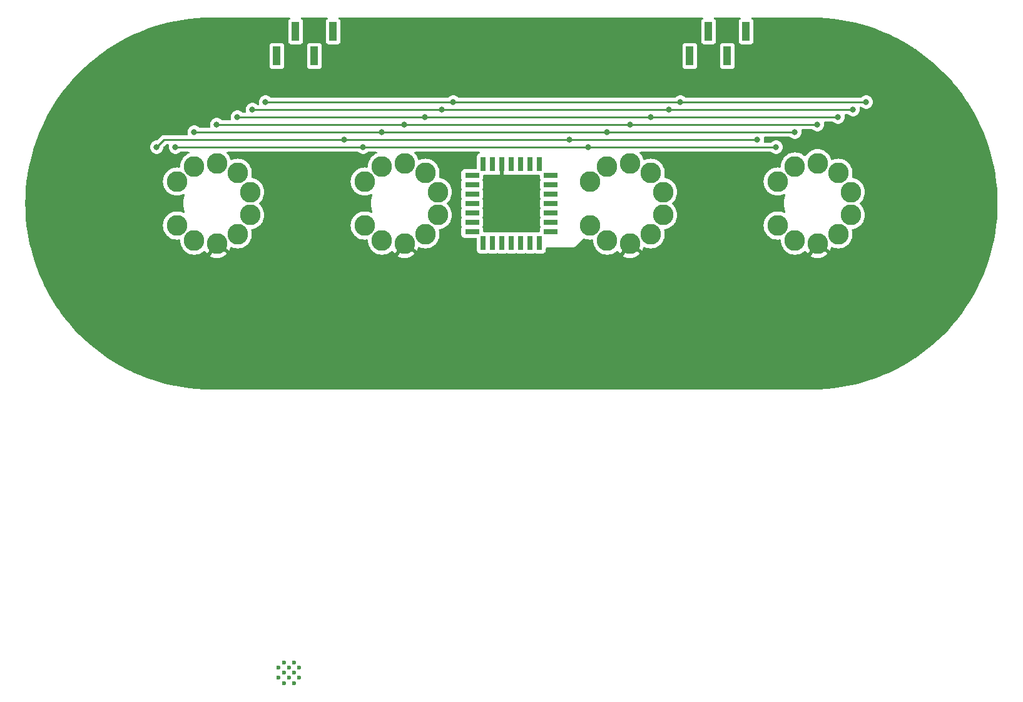
<source format=gbr>
%TF.GenerationSoftware,KiCad,Pcbnew,7.0.10*%
%TF.CreationDate,2024-02-10T11:13:50-05:00*%
%TF.ProjectId,Nixie Clock,4e697869-6520-4436-9c6f-636b2e6b6963,rev?*%
%TF.SameCoordinates,Original*%
%TF.FileFunction,Copper,L2,Bot*%
%TF.FilePolarity,Positive*%
%FSLAX46Y46*%
G04 Gerber Fmt 4.6, Leading zero omitted, Abs format (unit mm)*
G04 Created by KiCad (PCBNEW 7.0.10) date 2024-02-10 11:13:50*
%MOMM*%
%LPD*%
G01*
G04 APERTURE LIST*
%TA.AperFunction,HeatsinkPad*%
%ADD10C,0.600000*%
%TD*%
%TA.AperFunction,ComponentPad*%
%ADD11C,2.800000*%
%TD*%
%TA.AperFunction,SMDPad,CuDef*%
%ADD12R,0.700000X1.925000*%
%TD*%
%TA.AperFunction,SMDPad,CuDef*%
%ADD13R,1.925000X0.700000*%
%TD*%
%TA.AperFunction,SMDPad,CuDef*%
%ADD14R,1.000000X2.510000*%
%TD*%
%TA.AperFunction,ViaPad*%
%ADD15C,0.800000*%
%TD*%
%TA.AperFunction,Conductor*%
%ADD16C,0.250000*%
%TD*%
%TA.AperFunction,Conductor*%
%ADD17C,0.200000*%
%TD*%
G04 APERTURE END LIST*
D10*
%TO.P,U6,41,EPAD*%
%TO.N,GND*%
X148398000Y-147258000D03*
X146998000Y-145858000D03*
X147698000Y-147958000D03*
X149098000Y-146558000D03*
X147698000Y-146558000D03*
X149098000Y-147958000D03*
X146298000Y-147958000D03*
X146998000Y-147258000D03*
X148398000Y-145858000D03*
X148398000Y-148658000D03*
X146998000Y-148658000D03*
X146298000Y-146558000D03*
%TD*%
D11*
%TO.P,U3,1,e*%
%TO.N,E*%
X188413106Y-86793524D03*
%TO.P,U3,2,K+*%
%TO.N,+HEATER*%
X190755218Y-88822975D03*
%TO.P,U3,3,K-*%
%TO.N,GND*%
X193822731Y-89264017D03*
%TO.P,U3,4,Grid*%
%TO.N,Grid3*%
X196641733Y-87976622D03*
%TO.P,U3,5,d*%
%TO.N,D*%
X198317211Y-85369529D03*
%TO.P,U3,6,c*%
%TO.N,C*%
X198317211Y-82270471D03*
%TO.P,U3,7,b*%
%TO.N,B*%
X196641734Y-79663378D03*
%TO.P,U3,8,a*%
%TO.N,A*%
X193822732Y-78375983D03*
%TO.P,U3,9,g*%
%TO.N,G*%
X190755218Y-78817025D03*
%TO.P,U3,10,f*%
%TO.N,F*%
X188413106Y-80846476D03*
%TD*%
%TO.P,U1,1,e*%
%TO.N,E*%
X132533106Y-86793524D03*
%TO.P,U1,2,K+*%
%TO.N,+HEATER*%
X134875218Y-88822975D03*
%TO.P,U1,3,K-*%
%TO.N,GND*%
X137942731Y-89264017D03*
%TO.P,U1,4,Grid*%
%TO.N,Grid1*%
X140761733Y-87976622D03*
%TO.P,U1,5,d*%
%TO.N,D*%
X142437211Y-85369529D03*
%TO.P,U1,6,c*%
%TO.N,C*%
X142437211Y-82270471D03*
%TO.P,U1,7,b*%
%TO.N,B*%
X140761734Y-79663378D03*
%TO.P,U1,8,a*%
%TO.N,A*%
X137942732Y-78375983D03*
%TO.P,U1,9,g*%
%TO.N,G*%
X134875218Y-78817025D03*
%TO.P,U1,10,f*%
%TO.N,F*%
X132533106Y-80846476D03*
%TD*%
%TO.P,U2,1,e*%
%TO.N,E*%
X157933106Y-86793524D03*
%TO.P,U2,2,K+*%
%TO.N,+HEATER*%
X160275218Y-88822975D03*
%TO.P,U2,3,K-*%
%TO.N,GND*%
X163342731Y-89264017D03*
%TO.P,U2,4,Grid*%
%TO.N,Grid2*%
X166161733Y-87976622D03*
%TO.P,U2,5,d*%
%TO.N,D*%
X167837211Y-85369529D03*
%TO.P,U2,6,c*%
%TO.N,C*%
X167837211Y-82270471D03*
%TO.P,U2,7,b*%
%TO.N,B*%
X166161734Y-79663378D03*
%TO.P,U2,8,a*%
%TO.N,A*%
X163342732Y-78375983D03*
%TO.P,U2,9,g*%
%TO.N,G*%
X160275218Y-78817025D03*
%TO.P,U2,10,f*%
%TO.N,F*%
X157933106Y-80846476D03*
%TD*%
%TO.P,U4,1,e*%
%TO.N,E*%
X213813106Y-86793524D03*
%TO.P,U4,2,K+*%
%TO.N,+HEATER*%
X216155218Y-88822975D03*
%TO.P,U4,3,K-*%
%TO.N,GND*%
X219222731Y-89264017D03*
%TO.P,U4,4,Grid*%
%TO.N,Grid4*%
X222041733Y-87976622D03*
%TO.P,U4,5,d*%
%TO.N,D*%
X223717211Y-85369529D03*
%TO.P,U4,6,c*%
%TO.N,C*%
X223717211Y-82270471D03*
%TO.P,U4,7,b*%
%TO.N,B*%
X222041734Y-79663378D03*
%TO.P,U4,8,a*%
%TO.N,A*%
X219222732Y-78375983D03*
%TO.P,U4,9,g*%
%TO.N,G*%
X216155218Y-78817025D03*
%TO.P,U4,10,f*%
%TO.N,F*%
X213813106Y-80846476D03*
%TD*%
D12*
%TO.P,U5,28,VDD*%
%TO.N,+3V3*%
X179070000Y-89142500D03*
%TO.P,U5,27,DATA_IN*%
%TO.N,Data IN*%
X180340000Y-89142500D03*
%TO.P,U5,26,HV1*%
%TO.N,E*%
X181610000Y-89142500D03*
D13*
%TO.P,U5,25,HV2*%
%TO.N,D*%
X183122500Y-87630000D03*
%TO.P,U5,24,HV3*%
%TO.N,C*%
X183122500Y-86360000D03*
%TO.P,U5,23,HV4*%
%TO.N,B*%
X183122500Y-85090000D03*
%TO.P,U5,22,HV5*%
%TO.N,A*%
X183122500Y-83820000D03*
%TO.P,U5,21,HV6*%
%TO.N,G*%
X183122500Y-82550000D03*
%TO.P,U5,20,HV7*%
%TO.N,F*%
X183122500Y-81280000D03*
%TO.P,U5,19,HV8*%
%TO.N,unconnected-(U5-HV8-Pad19)*%
X183122500Y-80010000D03*
D12*
%TO.P,U5,18,HV9*%
%TO.N,unconnected-(U5-HV9-Pad18)*%
X181610000Y-78497500D03*
%TO.P,U5,17,HV10*%
%TO.N,unconnected-(U5-HV10-Pad17)*%
X180340000Y-78497500D03*
%TO.P,U5,16,STROBE*%
%TO.N,STROBE*%
X179070000Y-78497500D03*
%TO.P,U5,15,CLOCK*%
%TO.N,CLK*%
X177800000Y-78497500D03*
%TO.P,U5,14,GND*%
%TO.N,GND*%
X176530000Y-78497500D03*
%TO.P,U5,13,BLANKING*%
%TO.N,BLANK*%
X175260000Y-78497500D03*
%TO.P,U5,12,HV11*%
%TO.N,unconnected-(U5-HV11-Pad12)*%
X173990000Y-78497500D03*
D13*
%TO.P,U5,11,HV12*%
%TO.N,unconnected-(U5-HV12-Pad11)*%
X172477500Y-80010000D03*
%TO.P,U5,10,HV13*%
%TO.N,unconnected-(U5-HV13-Pad10)*%
X172477500Y-81280000D03*
%TO.P,U5,9,HV14*%
%TO.N,unconnected-(U5-HV14-Pad9)*%
X172477500Y-82550000D03*
%TO.P,U5,8,HV15*%
%TO.N,unconnected-(U5-HV15-Pad8)*%
X172477500Y-83820000D03*
%TO.P,U5,7,HV16*%
%TO.N,unconnected-(U5-HV16-Pad7)*%
X172477500Y-85090000D03*
%TO.P,U5,6,HV17*%
%TO.N,unconnected-(U5-HV17-Pad6)*%
X172477500Y-86360000D03*
%TO.P,U5,5,HV18*%
%TO.N,unconnected-(U5-HV18-Pad5)*%
X172477500Y-87630000D03*
D12*
%TO.P,U5,4,HV19*%
%TO.N,unconnected-(U5-HV19-Pad4)*%
X173990000Y-89142500D03*
%TO.P,U5,3,HV20*%
%TO.N,unconnected-(U5-HV20-Pad3)*%
X175260000Y-89142500D03*
%TO.P,U5,2,Data_Out*%
%TO.N,unconnected-(U5-Data_Out-Pad2)*%
X176530000Y-89142500D03*
%TO.P,U5,1,VPP*%
%TO.N,+GRID*%
X177800000Y-89142500D03*
%TD*%
D14*
%TO.P,REF\u002A\u002A,1*%
%TO.N,N/C*%
X201930000Y-63885000D03*
%TO.P,REF\u002A\u002A,2*%
X204470000Y-60575000D03*
%TO.P,REF\u002A\u002A,3*%
X207010000Y-63885000D03*
%TO.P,REF\u002A\u002A,4*%
X209550000Y-60575000D03*
%TD*%
%TO.P,REF\u002A\u002A,1*%
%TO.N,N/C*%
X146050000Y-63885000D03*
%TO.P,REF\u002A\u002A,2*%
X148590000Y-60575000D03*
%TO.P,REF\u002A\u002A,3*%
X151130000Y-63885000D03*
%TO.P,REF\u002A\u002A,4*%
X153670000Y-60575000D03*
%TD*%
D15*
%TO.N,F*%
X213614000Y-76200000D03*
X188214000Y-76200000D03*
X157734000Y-76200000D03*
X132334000Y-76200000D03*
%TO.N,G*%
X216154000Y-74168000D03*
X190755218Y-74168000D03*
X160275218Y-74168000D03*
X134874000Y-74168000D03*
%TO.N,A*%
X219202000Y-73152000D03*
X193822732Y-73172732D03*
X163322000Y-73152000D03*
X137922000Y-73152000D03*
%TO.N,B*%
X196641734Y-72136000D03*
X140716000Y-72136000D03*
X166116000Y-72136000D03*
X221996000Y-72136000D03*
%TO.N,C*%
X168402000Y-71120000D03*
X199136000Y-71120000D03*
X224028000Y-71120000D03*
X142748000Y-71120000D03*
%TO.N,D*%
X200660000Y-70104000D03*
X225806000Y-70104000D03*
X144526000Y-70104000D03*
X169926000Y-70104000D03*
%TO.N,E*%
X129794000Y-76200000D03*
X185674000Y-75184000D03*
X211074000Y-75184000D03*
X155194000Y-75184000D03*
%TD*%
D16*
%TO.N,F*%
X187979582Y-81280000D02*
X188413106Y-80846476D01*
X132334000Y-76200000D02*
X157734000Y-76200000D01*
X157734000Y-76200000D02*
X188214000Y-76200000D01*
X188214000Y-76200000D02*
X213614000Y-76200000D01*
%TO.N,G*%
X160275218Y-74168000D02*
X134874000Y-74168000D01*
X190755218Y-74168000D02*
X160275218Y-74168000D01*
X190755218Y-74168000D02*
X216154000Y-74168000D01*
%TO.N,A*%
X193822732Y-73172732D02*
X193843464Y-73152000D01*
X193802000Y-73152000D02*
X163322000Y-73152000D01*
X193822732Y-73172732D02*
X193802000Y-73152000D01*
X163322000Y-73152000D02*
X137922000Y-73152000D01*
X193843464Y-73152000D02*
X219202000Y-73152000D01*
%TO.N,B*%
X196641734Y-72136000D02*
X166116000Y-72136000D01*
X196641734Y-72136000D02*
X221996000Y-72136000D01*
X166116000Y-72136000D02*
X140716000Y-72136000D01*
%TO.N,C*%
X199136000Y-71120000D02*
X224028000Y-71120000D01*
X168402000Y-71120000D02*
X142748000Y-71120000D01*
X168402000Y-71120000D02*
X199136000Y-71120000D01*
%TO.N,D*%
X169926000Y-70104000D02*
X144526000Y-70104000D01*
X200660000Y-70104000D02*
X169926000Y-70104000D01*
X200660000Y-70104000D02*
X225806000Y-70104000D01*
D17*
X169138471Y-85369529D02*
X167837211Y-85369529D01*
D16*
%TO.N,E*%
X155194000Y-75184000D02*
X185674000Y-75184000D01*
X211074000Y-75184000D02*
X185674000Y-75184000D01*
X130810000Y-75184000D02*
X129794000Y-76200000D01*
X155194000Y-75184000D02*
X130810000Y-75184000D01*
%TD*%
%TA.AperFunction,Conductor*%
%TO.N,GND*%
G36*
X176723039Y-78267185D02*
G01*
X176768794Y-78319989D01*
X176780000Y-78371500D01*
X176780000Y-79960000D01*
X176927828Y-79960000D01*
X176927844Y-79959999D01*
X176987372Y-79953598D01*
X176987376Y-79953597D01*
X177120951Y-79903776D01*
X177190642Y-79898792D01*
X177207619Y-79903776D01*
X177207665Y-79903793D01*
X177207669Y-79903796D01*
X177342517Y-79954091D01*
X177402127Y-79960500D01*
X178197872Y-79960499D01*
X178257483Y-79954091D01*
X178391669Y-79904042D01*
X178461358Y-79899059D01*
X178478321Y-79904039D01*
X178612517Y-79954091D01*
X178672127Y-79960500D01*
X179467872Y-79960499D01*
X179527483Y-79954091D01*
X179661669Y-79904042D01*
X179731358Y-79899059D01*
X179748321Y-79904039D01*
X179882517Y-79954091D01*
X179942127Y-79960500D01*
X180737872Y-79960499D01*
X180797483Y-79954091D01*
X180931669Y-79904042D01*
X181001358Y-79899059D01*
X181018321Y-79904039D01*
X181138609Y-79948903D01*
X181151192Y-79953597D01*
X181152517Y-79954091D01*
X181212127Y-79960500D01*
X181535500Y-79960499D01*
X181602539Y-79980183D01*
X181648294Y-80032987D01*
X181659500Y-80084499D01*
X181659500Y-80407869D01*
X181659501Y-80407876D01*
X181665909Y-80467484D01*
X181715955Y-80601668D01*
X181720939Y-80671360D01*
X181715955Y-80688332D01*
X181665909Y-80822514D01*
X181665908Y-80822516D01*
X181659501Y-80882116D01*
X181659501Y-80882123D01*
X181659500Y-80882135D01*
X181659500Y-81677870D01*
X181659501Y-81677876D01*
X181665909Y-81737484D01*
X181715955Y-81871668D01*
X181720939Y-81941360D01*
X181715955Y-81958332D01*
X181665909Y-82092514D01*
X181665908Y-82092516D01*
X181659501Y-82152116D01*
X181659501Y-82152123D01*
X181659500Y-82152135D01*
X181659500Y-82947870D01*
X181659501Y-82947876D01*
X181665909Y-83007484D01*
X181715955Y-83141668D01*
X181720939Y-83211360D01*
X181715955Y-83228332D01*
X181665909Y-83362514D01*
X181665908Y-83362516D01*
X181659501Y-83422116D01*
X181659501Y-83422123D01*
X181659500Y-83422135D01*
X181659500Y-84217870D01*
X181659501Y-84217876D01*
X181665909Y-84277484D01*
X181715955Y-84411668D01*
X181720939Y-84481360D01*
X181715955Y-84498332D01*
X181665909Y-84632514D01*
X181665908Y-84632516D01*
X181659501Y-84692116D01*
X181659501Y-84692123D01*
X181659500Y-84692135D01*
X181659500Y-85487870D01*
X181659501Y-85487876D01*
X181665909Y-85547484D01*
X181715955Y-85681668D01*
X181720939Y-85751360D01*
X181715955Y-85768332D01*
X181665909Y-85902514D01*
X181665908Y-85902516D01*
X181659501Y-85962116D01*
X181659501Y-85962123D01*
X181659500Y-85962135D01*
X181659500Y-86757870D01*
X181659501Y-86757876D01*
X181665909Y-86817484D01*
X181715955Y-86951668D01*
X181720939Y-87021360D01*
X181715955Y-87038332D01*
X181665909Y-87172514D01*
X181665908Y-87172516D01*
X181660857Y-87219503D01*
X181659501Y-87232123D01*
X181659500Y-87232135D01*
X181659500Y-87555500D01*
X181639815Y-87622539D01*
X181587011Y-87668294D01*
X181535500Y-87679500D01*
X181212130Y-87679500D01*
X181212123Y-87679501D01*
X181152515Y-87685909D01*
X181018332Y-87735955D01*
X180948640Y-87740939D01*
X180931668Y-87735955D01*
X180797485Y-87685909D01*
X180797483Y-87685908D01*
X180737883Y-87679501D01*
X180737881Y-87679500D01*
X180737873Y-87679500D01*
X180737864Y-87679500D01*
X179942129Y-87679500D01*
X179942123Y-87679501D01*
X179882515Y-87685909D01*
X179748332Y-87735955D01*
X179678640Y-87740939D01*
X179661668Y-87735955D01*
X179527485Y-87685909D01*
X179527483Y-87685908D01*
X179467883Y-87679501D01*
X179467881Y-87679500D01*
X179467873Y-87679500D01*
X179467864Y-87679500D01*
X178672129Y-87679500D01*
X178672123Y-87679501D01*
X178612515Y-87685909D01*
X178478332Y-87735955D01*
X178408640Y-87740939D01*
X178391668Y-87735955D01*
X178257485Y-87685909D01*
X178257483Y-87685908D01*
X178197883Y-87679501D01*
X178197881Y-87679500D01*
X178197873Y-87679500D01*
X178197864Y-87679500D01*
X177402129Y-87679500D01*
X177402123Y-87679501D01*
X177342515Y-87685909D01*
X177208332Y-87735955D01*
X177138640Y-87740939D01*
X177121668Y-87735955D01*
X176987485Y-87685909D01*
X176987483Y-87685908D01*
X176927883Y-87679501D01*
X176927881Y-87679500D01*
X176927873Y-87679500D01*
X176927864Y-87679500D01*
X176132129Y-87679500D01*
X176132123Y-87679501D01*
X176072515Y-87685909D01*
X175938332Y-87735955D01*
X175868640Y-87740939D01*
X175851668Y-87735955D01*
X175717485Y-87685909D01*
X175717483Y-87685908D01*
X175657883Y-87679501D01*
X175657881Y-87679500D01*
X175657873Y-87679500D01*
X175657864Y-87679500D01*
X174862129Y-87679500D01*
X174862123Y-87679501D01*
X174802515Y-87685909D01*
X174668332Y-87735955D01*
X174598640Y-87740939D01*
X174581668Y-87735955D01*
X174447485Y-87685909D01*
X174447483Y-87685908D01*
X174387883Y-87679501D01*
X174387881Y-87679500D01*
X174387873Y-87679500D01*
X174387865Y-87679500D01*
X174064499Y-87679500D01*
X173997460Y-87659815D01*
X173951705Y-87607011D01*
X173940499Y-87555500D01*
X173940499Y-87232129D01*
X173940498Y-87232123D01*
X173940497Y-87232116D01*
X173934091Y-87172517D01*
X173884042Y-87038330D01*
X173879059Y-86968642D01*
X173884039Y-86951678D01*
X173934091Y-86817483D01*
X173940500Y-86757873D01*
X173940499Y-85962128D01*
X173934091Y-85902517D01*
X173884042Y-85768330D01*
X173879059Y-85698642D01*
X173884039Y-85681678D01*
X173934091Y-85547483D01*
X173940500Y-85487873D01*
X173940499Y-84692128D01*
X173934091Y-84632517D01*
X173884042Y-84498330D01*
X173879059Y-84428642D01*
X173884039Y-84411678D01*
X173934091Y-84277483D01*
X173940500Y-84217873D01*
X173940499Y-83422128D01*
X173934091Y-83362517D01*
X173884042Y-83228330D01*
X173879059Y-83158642D01*
X173884039Y-83141678D01*
X173934091Y-83007483D01*
X173940500Y-82947873D01*
X173940499Y-82152128D01*
X173934091Y-82092517D01*
X173884042Y-81958330D01*
X173879059Y-81888642D01*
X173884039Y-81871678D01*
X173934091Y-81737483D01*
X173940500Y-81677873D01*
X173940499Y-80882128D01*
X173934091Y-80822517D01*
X173884042Y-80688330D01*
X173879059Y-80618642D01*
X173884039Y-80601678D01*
X173934091Y-80467483D01*
X173940500Y-80407873D01*
X173940499Y-80084498D01*
X173960183Y-80017460D01*
X174012987Y-79971705D01*
X174064499Y-79960499D01*
X174387871Y-79960499D01*
X174387872Y-79960499D01*
X174447483Y-79954091D01*
X174581669Y-79904042D01*
X174651358Y-79899059D01*
X174668321Y-79904039D01*
X174802517Y-79954091D01*
X174862127Y-79960500D01*
X175657872Y-79960499D01*
X175717483Y-79954091D01*
X175852331Y-79903796D01*
X175852334Y-79903793D01*
X175852381Y-79903776D01*
X175922073Y-79898792D01*
X175939049Y-79903776D01*
X176072623Y-79953597D01*
X176072627Y-79953598D01*
X176132155Y-79959999D01*
X176132172Y-79960000D01*
X176280000Y-79960000D01*
X176280000Y-78371500D01*
X176299685Y-78304461D01*
X176352489Y-78258706D01*
X176404000Y-78247500D01*
X176656000Y-78247500D01*
X176723039Y-78267185D01*
G37*
%TD.AperFunction*%
%TA.AperFunction,Conductor*%
G36*
X147816936Y-58690185D02*
G01*
X147862691Y-58742989D01*
X147872635Y-58812147D01*
X147843610Y-58875703D01*
X147824208Y-58893766D01*
X147732455Y-58962452D01*
X147732452Y-58962455D01*
X147646206Y-59077664D01*
X147646202Y-59077671D01*
X147595908Y-59212517D01*
X147589501Y-59272116D01*
X147589501Y-59272123D01*
X147589500Y-59272135D01*
X147589500Y-61877870D01*
X147589501Y-61877876D01*
X147595908Y-61937483D01*
X147646202Y-62072328D01*
X147646206Y-62072335D01*
X147732452Y-62187544D01*
X147732455Y-62187547D01*
X147847664Y-62273793D01*
X147847671Y-62273797D01*
X147982517Y-62324091D01*
X147982516Y-62324091D01*
X147989444Y-62324835D01*
X148042127Y-62330500D01*
X149137872Y-62330499D01*
X149197483Y-62324091D01*
X149332331Y-62273796D01*
X149447546Y-62187546D01*
X149533796Y-62072331D01*
X149584091Y-61937483D01*
X149590500Y-61877873D01*
X149590499Y-59272128D01*
X149584091Y-59212517D01*
X149562009Y-59153313D01*
X149533797Y-59077671D01*
X149533793Y-59077664D01*
X149447547Y-58962455D01*
X149447544Y-58962452D01*
X149355792Y-58893766D01*
X149313921Y-58837832D01*
X149308937Y-58768141D01*
X149342423Y-58706818D01*
X149403746Y-58673334D01*
X149430103Y-58670500D01*
X152829897Y-58670500D01*
X152896936Y-58690185D01*
X152942691Y-58742989D01*
X152952635Y-58812147D01*
X152923610Y-58875703D01*
X152904208Y-58893766D01*
X152812455Y-58962452D01*
X152812452Y-58962455D01*
X152726206Y-59077664D01*
X152726202Y-59077671D01*
X152675908Y-59212517D01*
X152669501Y-59272116D01*
X152669501Y-59272123D01*
X152669500Y-59272135D01*
X152669500Y-61877870D01*
X152669501Y-61877876D01*
X152675908Y-61937483D01*
X152726202Y-62072328D01*
X152726206Y-62072335D01*
X152812452Y-62187544D01*
X152812455Y-62187547D01*
X152927664Y-62273793D01*
X152927671Y-62273797D01*
X153062517Y-62324091D01*
X153062516Y-62324091D01*
X153069444Y-62324835D01*
X153122127Y-62330500D01*
X154217872Y-62330499D01*
X154277483Y-62324091D01*
X154412331Y-62273796D01*
X154527546Y-62187546D01*
X154613796Y-62072331D01*
X154664091Y-61937483D01*
X154670500Y-61877873D01*
X154670499Y-59272128D01*
X154664091Y-59212517D01*
X154642009Y-59153313D01*
X154613797Y-59077671D01*
X154613793Y-59077664D01*
X154527547Y-58962455D01*
X154527544Y-58962452D01*
X154435792Y-58893766D01*
X154393921Y-58837832D01*
X154388937Y-58768141D01*
X154422423Y-58706818D01*
X154483746Y-58673334D01*
X154510103Y-58670500D01*
X203629897Y-58670500D01*
X203696936Y-58690185D01*
X203742691Y-58742989D01*
X203752635Y-58812147D01*
X203723610Y-58875703D01*
X203704208Y-58893766D01*
X203612455Y-58962452D01*
X203612452Y-58962455D01*
X203526206Y-59077664D01*
X203526202Y-59077671D01*
X203475908Y-59212517D01*
X203469501Y-59272116D01*
X203469501Y-59272123D01*
X203469500Y-59272135D01*
X203469500Y-61877870D01*
X203469501Y-61877876D01*
X203475908Y-61937483D01*
X203526202Y-62072328D01*
X203526206Y-62072335D01*
X203612452Y-62187544D01*
X203612455Y-62187547D01*
X203727664Y-62273793D01*
X203727671Y-62273797D01*
X203862517Y-62324091D01*
X203862516Y-62324091D01*
X203869444Y-62324835D01*
X203922127Y-62330500D01*
X205017872Y-62330499D01*
X205077483Y-62324091D01*
X205212331Y-62273796D01*
X205327546Y-62187546D01*
X205413796Y-62072331D01*
X205464091Y-61937483D01*
X205470500Y-61877873D01*
X205470499Y-59272128D01*
X205464091Y-59212517D01*
X205442009Y-59153313D01*
X205413797Y-59077671D01*
X205413793Y-59077664D01*
X205327547Y-58962455D01*
X205327544Y-58962452D01*
X205235792Y-58893766D01*
X205193921Y-58837832D01*
X205188937Y-58768141D01*
X205222423Y-58706818D01*
X205283746Y-58673334D01*
X205310103Y-58670500D01*
X208709897Y-58670500D01*
X208776936Y-58690185D01*
X208822691Y-58742989D01*
X208832635Y-58812147D01*
X208803610Y-58875703D01*
X208784208Y-58893766D01*
X208692455Y-58962452D01*
X208692452Y-58962455D01*
X208606206Y-59077664D01*
X208606202Y-59077671D01*
X208555908Y-59212517D01*
X208549501Y-59272116D01*
X208549501Y-59272123D01*
X208549500Y-59272135D01*
X208549500Y-61877870D01*
X208549501Y-61877876D01*
X208555908Y-61937483D01*
X208606202Y-62072328D01*
X208606206Y-62072335D01*
X208692452Y-62187544D01*
X208692455Y-62187547D01*
X208807664Y-62273793D01*
X208807671Y-62273797D01*
X208942517Y-62324091D01*
X208942516Y-62324091D01*
X208949444Y-62324835D01*
X209002127Y-62330500D01*
X210097872Y-62330499D01*
X210157483Y-62324091D01*
X210292331Y-62273796D01*
X210407546Y-62187546D01*
X210493796Y-62072331D01*
X210544091Y-61937483D01*
X210550500Y-61877873D01*
X210550499Y-59272128D01*
X210544091Y-59212517D01*
X210522009Y-59153313D01*
X210493797Y-59077671D01*
X210493793Y-59077664D01*
X210407547Y-58962455D01*
X210407544Y-58962452D01*
X210315792Y-58893766D01*
X210273921Y-58837832D01*
X210268937Y-58768141D01*
X210302423Y-58706818D01*
X210363746Y-58673334D01*
X210390103Y-58670500D01*
X218395830Y-58670500D01*
X218438787Y-58670500D01*
X218441222Y-58670524D01*
X219424931Y-58689841D01*
X219429787Y-58690031D01*
X220410804Y-58747886D01*
X220415601Y-58748263D01*
X221393610Y-58844588D01*
X221398379Y-58845153D01*
X222371879Y-58979804D01*
X222376612Y-58980553D01*
X223344063Y-59153319D01*
X223348775Y-59154256D01*
X224308666Y-59364863D01*
X224313390Y-59365997D01*
X225264248Y-59614120D01*
X225268882Y-59615426D01*
X226162709Y-59886566D01*
X226209299Y-59900699D01*
X226213930Y-59902204D01*
X227142380Y-60224162D01*
X227146918Y-60225836D01*
X228062049Y-60584012D01*
X228066527Y-60585867D01*
X228966878Y-60979688D01*
X228971225Y-60981692D01*
X229578834Y-61276403D01*
X229855456Y-61410575D01*
X229859794Y-61412786D01*
X230726432Y-61876014D01*
X230730680Y-61878393D01*
X230952244Y-62008253D01*
X231578488Y-62375301D01*
X231582605Y-62377823D01*
X232027620Y-62662696D01*
X232410254Y-62907636D01*
X232414303Y-62910341D01*
X233220509Y-63472236D01*
X233224448Y-63475098D01*
X234007967Y-64068207D01*
X234011791Y-64071222D01*
X234771414Y-64694627D01*
X234775113Y-64697787D01*
X235509689Y-65350548D01*
X235513227Y-65353817D01*
X235662712Y-65497544D01*
X236221626Y-66034930D01*
X236225069Y-66038373D01*
X236906180Y-66746770D01*
X236909453Y-66750312D01*
X237423756Y-67329076D01*
X237562210Y-67484883D01*
X237565372Y-67488585D01*
X238188777Y-68248208D01*
X238191792Y-68252032D01*
X238784901Y-69035551D01*
X238787763Y-69039490D01*
X239349658Y-69845696D01*
X239352363Y-69849745D01*
X239635633Y-70292257D01*
X239882165Y-70677377D01*
X239884709Y-70681529D01*
X240381606Y-71529319D01*
X240383985Y-71533567D01*
X240847213Y-72400205D01*
X240849424Y-72404543D01*
X241101292Y-72923819D01*
X241211967Y-73152000D01*
X241278290Y-73288737D01*
X241280321Y-73293144D01*
X241375112Y-73509855D01*
X241674127Y-74193461D01*
X241675991Y-74197960D01*
X242034157Y-75113066D01*
X242035842Y-75117634D01*
X242357795Y-76046069D01*
X242359300Y-76050700D01*
X242644565Y-76991091D01*
X242645886Y-76995777D01*
X242894000Y-77946604D01*
X242895137Y-77951339D01*
X243105736Y-78911193D01*
X243106686Y-78915968D01*
X243279439Y-79883349D01*
X243280201Y-79888159D01*
X243414842Y-80861587D01*
X243415414Y-80866422D01*
X243511733Y-81844370D01*
X243512115Y-81849224D01*
X243569967Y-82830208D01*
X243570158Y-82835073D01*
X243589452Y-83817565D01*
X243589452Y-83822435D01*
X243570158Y-84804926D01*
X243569967Y-84809791D01*
X243512115Y-85790775D01*
X243511733Y-85795629D01*
X243415414Y-86773577D01*
X243414842Y-86778412D01*
X243280201Y-87751840D01*
X243279439Y-87756650D01*
X243106686Y-88724031D01*
X243105736Y-88728806D01*
X242895137Y-89688660D01*
X242894000Y-89693395D01*
X242645886Y-90644222D01*
X242644565Y-90648908D01*
X242359300Y-91589299D01*
X242357795Y-91593930D01*
X242035842Y-92522365D01*
X242034157Y-92526933D01*
X241675991Y-93442039D01*
X241674127Y-93446538D01*
X241280328Y-94346840D01*
X241278290Y-94351262D01*
X240849424Y-95235456D01*
X240847213Y-95239794D01*
X240383985Y-96106432D01*
X240381606Y-96110680D01*
X239884709Y-96958470D01*
X239882165Y-96962622D01*
X239352363Y-97790254D01*
X239349658Y-97794303D01*
X238787763Y-98600509D01*
X238784901Y-98604448D01*
X238191792Y-99387967D01*
X238188777Y-99391791D01*
X237565372Y-100151414D01*
X237562210Y-100155116D01*
X236909469Y-100889670D01*
X236906164Y-100893246D01*
X236225069Y-101601626D01*
X236221626Y-101605069D01*
X235513246Y-102286164D01*
X235509670Y-102289469D01*
X234775116Y-102942210D01*
X234771414Y-102945372D01*
X234011791Y-103568777D01*
X234007967Y-103571792D01*
X233224448Y-104164901D01*
X233220509Y-104167763D01*
X232414303Y-104729658D01*
X232410254Y-104732363D01*
X231582622Y-105262165D01*
X231578470Y-105264709D01*
X230730680Y-105761606D01*
X230726432Y-105763985D01*
X229859794Y-106227213D01*
X229855456Y-106229424D01*
X228971262Y-106658290D01*
X228966840Y-106660328D01*
X228066538Y-107054127D01*
X228062039Y-107055991D01*
X227146933Y-107414157D01*
X227142365Y-107415842D01*
X226213930Y-107737795D01*
X226209299Y-107739300D01*
X225268908Y-108024565D01*
X225264222Y-108025886D01*
X224313395Y-108274000D01*
X224308660Y-108275137D01*
X223348806Y-108485736D01*
X223344031Y-108486686D01*
X222376650Y-108659439D01*
X222371840Y-108660201D01*
X221398412Y-108794842D01*
X221393577Y-108795414D01*
X220415629Y-108891733D01*
X220410775Y-108892115D01*
X219429791Y-108949967D01*
X219424926Y-108950158D01*
X218441222Y-108969476D01*
X218438787Y-108969500D01*
X137161213Y-108969500D01*
X137158778Y-108969476D01*
X136175073Y-108950158D01*
X136170208Y-108949967D01*
X135189224Y-108892115D01*
X135184370Y-108891733D01*
X134206422Y-108795414D01*
X134201587Y-108794842D01*
X133228159Y-108660201D01*
X133223349Y-108659439D01*
X132255968Y-108486686D01*
X132251193Y-108485736D01*
X131291339Y-108275137D01*
X131286604Y-108274000D01*
X130335777Y-108025886D01*
X130331091Y-108024565D01*
X129390700Y-107739300D01*
X129386069Y-107737795D01*
X128457634Y-107415842D01*
X128453066Y-107414157D01*
X127537960Y-107055991D01*
X127533461Y-107054127D01*
X127083310Y-106857227D01*
X126633144Y-106660321D01*
X126628752Y-106658297D01*
X126341255Y-106518851D01*
X125744543Y-106229424D01*
X125740205Y-106227213D01*
X124873567Y-105763985D01*
X124869319Y-105761606D01*
X124021529Y-105264709D01*
X124017377Y-105262165D01*
X123189745Y-104732363D01*
X123185696Y-104729658D01*
X122379490Y-104167763D01*
X122375551Y-104164901D01*
X121592032Y-103571792D01*
X121588208Y-103568777D01*
X120828585Y-102945372D01*
X120824883Y-102942210D01*
X120305873Y-102481006D01*
X120090312Y-102289453D01*
X120086770Y-102286180D01*
X119378373Y-101605069D01*
X119374930Y-101601626D01*
X118854723Y-101060579D01*
X118693817Y-100893227D01*
X118690548Y-100889689D01*
X118037787Y-100155113D01*
X118034627Y-100151414D01*
X117411222Y-99391791D01*
X117408207Y-99387967D01*
X116815098Y-98604448D01*
X116812236Y-98600509D01*
X116618224Y-98322141D01*
X116250335Y-97794294D01*
X116247636Y-97790254D01*
X115717834Y-96962622D01*
X115715290Y-96958470D01*
X115218393Y-96110680D01*
X115216014Y-96106432D01*
X114752786Y-95239794D01*
X114750575Y-95235456D01*
X114616403Y-94958834D01*
X114321692Y-94351225D01*
X114319688Y-94346878D01*
X113925867Y-93446527D01*
X113924008Y-93442039D01*
X113565836Y-92526918D01*
X113564157Y-92522365D01*
X113242204Y-91593930D01*
X113240699Y-91589299D01*
X113038277Y-90922003D01*
X112955426Y-90648882D01*
X112954120Y-90644248D01*
X112705997Y-89693390D01*
X112704862Y-89688660D01*
X112694333Y-89640670D01*
X112494256Y-88728775D01*
X112493319Y-88724063D01*
X112320553Y-87756612D01*
X112319804Y-87751879D01*
X112185153Y-86778379D01*
X112184588Y-86773610D01*
X112088263Y-85795601D01*
X112087886Y-85790804D01*
X112030031Y-84809787D01*
X112029841Y-84804926D01*
X112027626Y-84692116D01*
X112010547Y-83822393D01*
X112010547Y-83817606D01*
X112029841Y-82835066D01*
X112030032Y-82830208D01*
X112037959Y-82695787D01*
X112087886Y-81849191D01*
X112088263Y-81844402D01*
X112184589Y-80866383D01*
X112185152Y-80861626D01*
X112319805Y-79888112D01*
X112320552Y-79883395D01*
X112493321Y-78915926D01*
X112494254Y-78911234D01*
X112704866Y-77951322D01*
X112705999Y-77946604D01*
X112954124Y-76995737D01*
X112955422Y-76991130D01*
X113195409Y-76200000D01*
X128888540Y-76200000D01*
X128908326Y-76388256D01*
X128908327Y-76388259D01*
X128966818Y-76568277D01*
X128966821Y-76568284D01*
X129061467Y-76732216D01*
X129159118Y-76840668D01*
X129188129Y-76872888D01*
X129341265Y-76984148D01*
X129341270Y-76984151D01*
X129514192Y-77061142D01*
X129514197Y-77061144D01*
X129699354Y-77100500D01*
X129699355Y-77100500D01*
X129888644Y-77100500D01*
X129888646Y-77100500D01*
X130073803Y-77061144D01*
X130246730Y-76984151D01*
X130399871Y-76872888D01*
X130526533Y-76732216D01*
X130621179Y-76568284D01*
X130679674Y-76388256D01*
X130697321Y-76220344D01*
X130723904Y-76155734D01*
X130732941Y-76145648D01*
X131032773Y-75845816D01*
X131094095Y-75812334D01*
X131120453Y-75809500D01*
X131343368Y-75809500D01*
X131410407Y-75829185D01*
X131456162Y-75881989D01*
X131466106Y-75951147D01*
X131461300Y-75971813D01*
X131456443Y-75986763D01*
X131448326Y-76011742D01*
X131434255Y-76145628D01*
X131428540Y-76200000D01*
X131448326Y-76388256D01*
X131448327Y-76388259D01*
X131506818Y-76568277D01*
X131506821Y-76568284D01*
X131601467Y-76732216D01*
X131699118Y-76840668D01*
X131728129Y-76872888D01*
X131881265Y-76984148D01*
X131881270Y-76984151D01*
X132054192Y-77061142D01*
X132054197Y-77061144D01*
X132239354Y-77100500D01*
X132239355Y-77100500D01*
X132428644Y-77100500D01*
X132428646Y-77100500D01*
X132613803Y-77061144D01*
X132786730Y-76984151D01*
X132939871Y-76872888D01*
X132942788Y-76869647D01*
X132945600Y-76866526D01*
X133005087Y-76829879D01*
X133037748Y-76825500D01*
X134089091Y-76825500D01*
X134156130Y-76845185D01*
X134201885Y-76897989D01*
X134211829Y-76967147D01*
X134182804Y-77030703D01*
X134132424Y-77065681D01*
X134118064Y-77071037D01*
X134083703Y-77083853D01*
X134083699Y-77083855D01*
X133845110Y-77214134D01*
X133845109Y-77214135D01*
X133627477Y-77377053D01*
X133627465Y-77377063D01*
X133435256Y-77569272D01*
X133435246Y-77569284D01*
X133272328Y-77786916D01*
X133272327Y-77786917D01*
X133142048Y-78025505D01*
X133128999Y-78060491D01*
X133047043Y-78280224D01*
X133047042Y-78280227D01*
X133047041Y-78280231D01*
X132989258Y-78545857D01*
X132989257Y-78545864D01*
X132969863Y-78817023D01*
X132969863Y-78817033D01*
X132971087Y-78834157D01*
X132956233Y-78902429D01*
X132906826Y-78951833D01*
X132838552Y-78966682D01*
X132821048Y-78964165D01*
X132804268Y-78960515D01*
X132533107Y-78941121D01*
X132533105Y-78941121D01*
X132261945Y-78960515D01*
X132261938Y-78960516D01*
X131996312Y-79018299D01*
X131996308Y-79018300D01*
X131996305Y-79018301D01*
X131868949Y-79065802D01*
X131741586Y-79113306D01*
X131502998Y-79243585D01*
X131502997Y-79243586D01*
X131285365Y-79406504D01*
X131285353Y-79406514D01*
X131093144Y-79598723D01*
X131093134Y-79598735D01*
X130930216Y-79816367D01*
X130930215Y-79816368D01*
X130799936Y-80054956D01*
X130765407Y-80147532D01*
X130704931Y-80309675D01*
X130704930Y-80309678D01*
X130704929Y-80309682D01*
X130647146Y-80575308D01*
X130647145Y-80575315D01*
X130627751Y-80846474D01*
X130627751Y-80846477D01*
X130647145Y-81117636D01*
X130647146Y-81117643D01*
X130649927Y-81130425D01*
X130704931Y-81383277D01*
X130766869Y-81549339D01*
X130799936Y-81637995D01*
X130930215Y-81876583D01*
X130930216Y-81876584D01*
X130930219Y-81876589D01*
X131093135Y-82094218D01*
X131093139Y-82094222D01*
X131093144Y-82094228D01*
X131285353Y-82286437D01*
X131285359Y-82286442D01*
X131285364Y-82286447D01*
X131502993Y-82449363D01*
X131502997Y-82449365D01*
X131502998Y-82449366D01*
X131741587Y-82579645D01*
X131741586Y-82579645D01*
X131741590Y-82579646D01*
X131741593Y-82579648D01*
X131996305Y-82674651D01*
X132261946Y-82732437D01*
X132513711Y-82750443D01*
X132533105Y-82751831D01*
X132533106Y-82751831D01*
X132533107Y-82751831D01*
X132551206Y-82750536D01*
X132804266Y-82732437D01*
X133069907Y-82674651D01*
X133324619Y-82579648D01*
X133404007Y-82536298D01*
X133472280Y-82521447D01*
X133537744Y-82545864D01*
X133579616Y-82601797D01*
X133584600Y-82671489D01*
X133579718Y-82688189D01*
X133576905Y-82695784D01*
X133576904Y-82695787D01*
X133481551Y-83064064D01*
X133423946Y-83440081D01*
X133404680Y-83820000D01*
X133423946Y-84199918D01*
X133469663Y-84498334D01*
X133481552Y-84575940D01*
X133541472Y-84807365D01*
X133576903Y-84944208D01*
X133579717Y-84951806D01*
X133584538Y-85021510D01*
X133550910Y-85082754D01*
X133489509Y-85116096D01*
X133419829Y-85110948D01*
X133404008Y-85103701D01*
X133324622Y-85060353D01*
X133297148Y-85050105D01*
X133069907Y-84965349D01*
X133069900Y-84965347D01*
X133069899Y-84965347D01*
X132804273Y-84907564D01*
X132804266Y-84907563D01*
X132533107Y-84888169D01*
X132533105Y-84888169D01*
X132261945Y-84907563D01*
X132261938Y-84907564D01*
X131996312Y-84965347D01*
X131996308Y-84965348D01*
X131996305Y-84965349D01*
X131868949Y-85012850D01*
X131741586Y-85060354D01*
X131502998Y-85190633D01*
X131502997Y-85190634D01*
X131285365Y-85353552D01*
X131285353Y-85353562D01*
X131093144Y-85545771D01*
X131093134Y-85545783D01*
X130930216Y-85763415D01*
X130930215Y-85763416D01*
X130799936Y-86002004D01*
X130767326Y-86089435D01*
X130704931Y-86256723D01*
X130704930Y-86256726D01*
X130704929Y-86256730D01*
X130647146Y-86522356D01*
X130647145Y-86522363D01*
X130627751Y-86793522D01*
X130627751Y-86793525D01*
X130647145Y-87064684D01*
X130647146Y-87064691D01*
X130704929Y-87330317D01*
X130704931Y-87330325D01*
X130779892Y-87531302D01*
X130799936Y-87585043D01*
X130930215Y-87823631D01*
X130930216Y-87823632D01*
X130930219Y-87823637D01*
X131093135Y-88041266D01*
X131093139Y-88041270D01*
X131093144Y-88041276D01*
X131285353Y-88233485D01*
X131285359Y-88233490D01*
X131285364Y-88233495D01*
X131502993Y-88396411D01*
X131502997Y-88396413D01*
X131502998Y-88396414D01*
X131741587Y-88526693D01*
X131741586Y-88526693D01*
X131741590Y-88526694D01*
X131741593Y-88526696D01*
X131996305Y-88621699D01*
X132261946Y-88679485D01*
X132513711Y-88697491D01*
X132533105Y-88698879D01*
X132533106Y-88698879D01*
X132533107Y-88698879D01*
X132552501Y-88697491D01*
X132804266Y-88679485D01*
X132813323Y-88677514D01*
X132821041Y-88675836D01*
X132890733Y-88680818D01*
X132946668Y-88722688D01*
X132971087Y-88788151D01*
X132971087Y-88805842D01*
X132969863Y-88822966D01*
X132969863Y-88822976D01*
X132989257Y-89094135D01*
X132989258Y-89094142D01*
X133017586Y-89224364D01*
X133047043Y-89359776D01*
X133068235Y-89416593D01*
X133142048Y-89614494D01*
X133272327Y-89853082D01*
X133272328Y-89853083D01*
X133272331Y-89853088D01*
X133435247Y-90070717D01*
X133435251Y-90070721D01*
X133435256Y-90070727D01*
X133627465Y-90262936D01*
X133627471Y-90262941D01*
X133627476Y-90262946D01*
X133845105Y-90425862D01*
X133845109Y-90425864D01*
X133845110Y-90425865D01*
X134083699Y-90556144D01*
X134083698Y-90556144D01*
X134083702Y-90556145D01*
X134083705Y-90556147D01*
X134338417Y-90651150D01*
X134604058Y-90708936D01*
X134855823Y-90726942D01*
X134875217Y-90728330D01*
X134875218Y-90728330D01*
X134875219Y-90728330D01*
X134893318Y-90727035D01*
X135146378Y-90708936D01*
X135412019Y-90651150D01*
X135666731Y-90556147D01*
X135666735Y-90556144D01*
X135666737Y-90556144D01*
X135838149Y-90462546D01*
X135905331Y-90425862D01*
X136122960Y-90262946D01*
X136135469Y-90250436D01*
X136196789Y-90216951D01*
X136266481Y-90221933D01*
X136322416Y-90263802D01*
X136331982Y-90278686D01*
X136340267Y-90293858D01*
X136340268Y-90293860D01*
X136503132Y-90511422D01*
X136503148Y-90511440D01*
X136614202Y-90622494D01*
X136614203Y-90622493D01*
X137175570Y-89872126D01*
X137304368Y-90007621D01*
X137467121Y-90120901D01*
X137578224Y-90168578D01*
X137014571Y-90922003D01*
X137151420Y-90996729D01*
X137151424Y-90996731D01*
X137406076Y-91091711D01*
X137671633Y-91149479D01*
X137671640Y-91149480D01*
X137942730Y-91168870D01*
X137942732Y-91168870D01*
X138213821Y-91149480D01*
X138213828Y-91149479D01*
X138479385Y-91091711D01*
X138734037Y-90996731D01*
X138734041Y-90996729D01*
X138972566Y-90866484D01*
X138972574Y-90866479D01*
X139190136Y-90703615D01*
X139190146Y-90703606D01*
X139301207Y-90592544D01*
X139301207Y-90592543D01*
X138548219Y-90029215D01*
X138653048Y-89939224D01*
X138774426Y-89782417D01*
X138849211Y-89629956D01*
X139600717Y-90192175D01*
X139675445Y-90055322D01*
X139675447Y-90055317D01*
X139770425Y-89800670D01*
X139774096Y-89783794D01*
X139807578Y-89722469D01*
X139868899Y-89688981D01*
X139938591Y-89693962D01*
X139954690Y-89701314D01*
X139970220Y-89709794D01*
X140224932Y-89804797D01*
X140490573Y-89862583D01*
X140742338Y-89880589D01*
X140761732Y-89881977D01*
X140761733Y-89881977D01*
X140761734Y-89881977D01*
X140779833Y-89880682D01*
X141032893Y-89862583D01*
X141298534Y-89804797D01*
X141553246Y-89709794D01*
X141553250Y-89709791D01*
X141553252Y-89709791D01*
X141718415Y-89619605D01*
X141791846Y-89579509D01*
X142009475Y-89416593D01*
X142201704Y-89224364D01*
X142364620Y-89006735D01*
X142464965Y-88822966D01*
X142494902Y-88768141D01*
X142494902Y-88768139D01*
X142494905Y-88768135D01*
X142589908Y-88513423D01*
X142647694Y-88247782D01*
X142667088Y-87976622D01*
X142647694Y-87705462D01*
X142607487Y-87520630D01*
X142589909Y-87439824D01*
X142583907Y-87423733D01*
X142578922Y-87354041D01*
X142612406Y-87292718D01*
X142673729Y-87259232D01*
X142691238Y-87256715D01*
X142708371Y-87255490D01*
X142974012Y-87197704D01*
X143228724Y-87102701D01*
X143228728Y-87102698D01*
X143228730Y-87102698D01*
X143460991Y-86975874D01*
X143467324Y-86972416D01*
X143684953Y-86809500D01*
X143877182Y-86617271D01*
X144040098Y-86399642D01*
X144118137Y-86256723D01*
X144170380Y-86161048D01*
X144170380Y-86161046D01*
X144170383Y-86161042D01*
X144265386Y-85906330D01*
X144323172Y-85640689D01*
X144342566Y-85369529D01*
X144323172Y-85098369D01*
X144265386Y-84832728D01*
X144170383Y-84578016D01*
X144170381Y-84578013D01*
X144170380Y-84578009D01*
X144040101Y-84339421D01*
X144040100Y-84339420D01*
X144040098Y-84339416D01*
X143877182Y-84121787D01*
X143877177Y-84121782D01*
X143877172Y-84121776D01*
X143684963Y-83929567D01*
X143684948Y-83929554D01*
X143671207Y-83919268D01*
X143629335Y-83863335D01*
X143624349Y-83793644D01*
X143657834Y-83732320D01*
X143671207Y-83720732D01*
X143684953Y-83710442D01*
X143877182Y-83518213D01*
X144040098Y-83300584D01*
X144126872Y-83141668D01*
X144170380Y-83061990D01*
X144170380Y-83061988D01*
X144170383Y-83061984D01*
X144265386Y-82807272D01*
X144323172Y-82541631D01*
X144342566Y-82270471D01*
X144323172Y-81999311D01*
X144265386Y-81733670D01*
X144170383Y-81478958D01*
X144170381Y-81478955D01*
X144170380Y-81478951D01*
X144040101Y-81240363D01*
X144040100Y-81240362D01*
X144040098Y-81240358D01*
X143877182Y-81022729D01*
X143877177Y-81022724D01*
X143877172Y-81022718D01*
X143684963Y-80830509D01*
X143684957Y-80830504D01*
X143684953Y-80830500D01*
X143467324Y-80667584D01*
X143467319Y-80667581D01*
X143467318Y-80667580D01*
X143228729Y-80537301D01*
X143228730Y-80537301D01*
X143163182Y-80512853D01*
X142974012Y-80442296D01*
X142974005Y-80442294D01*
X142974004Y-80442294D01*
X142708379Y-80384511D01*
X142708375Y-80384510D01*
X142691237Y-80383284D01*
X142625774Y-80358864D01*
X142583905Y-80302928D01*
X142578924Y-80233236D01*
X142583902Y-80216281D01*
X142589909Y-80200179D01*
X142647695Y-79934538D01*
X142667089Y-79663378D01*
X142647695Y-79392218D01*
X142589909Y-79126577D01*
X142494906Y-78871865D01*
X142494904Y-78871862D01*
X142494903Y-78871858D01*
X142364624Y-78633270D01*
X142364623Y-78633269D01*
X142364621Y-78633265D01*
X142201705Y-78415636D01*
X142201700Y-78415631D01*
X142201695Y-78415625D01*
X142009486Y-78223416D01*
X142009480Y-78223411D01*
X142009476Y-78223407D01*
X141791847Y-78060491D01*
X141791842Y-78060488D01*
X141791841Y-78060487D01*
X141553252Y-77930208D01*
X141553253Y-77930208D01*
X141503654Y-77911708D01*
X141298535Y-77835203D01*
X141298528Y-77835201D01*
X141298527Y-77835201D01*
X141032901Y-77777418D01*
X141032894Y-77777417D01*
X140761735Y-77758023D01*
X140761733Y-77758023D01*
X140490573Y-77777417D01*
X140490566Y-77777418D01*
X140224940Y-77835201D01*
X140224936Y-77835202D01*
X140224933Y-77835203D01*
X140123778Y-77872932D01*
X139970214Y-77930208D01*
X139970211Y-77930210D01*
X139955146Y-77938436D01*
X139886873Y-77953286D01*
X139821409Y-77928867D01*
X139779540Y-77872932D01*
X139774557Y-77855959D01*
X139770909Y-77839190D01*
X139770908Y-77839188D01*
X139770907Y-77839182D01*
X139675904Y-77584470D01*
X139675902Y-77584467D01*
X139675901Y-77584463D01*
X139545622Y-77345875D01*
X139545621Y-77345874D01*
X139545620Y-77345872D01*
X139545619Y-77345870D01*
X139382703Y-77128241D01*
X139382698Y-77128236D01*
X139382693Y-77128230D01*
X139291644Y-77037181D01*
X139258159Y-76975858D01*
X139263143Y-76906166D01*
X139305015Y-76850233D01*
X139370479Y-76825816D01*
X139379325Y-76825500D01*
X157030252Y-76825500D01*
X157097291Y-76845185D01*
X157122400Y-76866526D01*
X157128126Y-76872885D01*
X157128130Y-76872889D01*
X157281265Y-76984148D01*
X157281270Y-76984151D01*
X157454192Y-77061142D01*
X157454197Y-77061144D01*
X157639354Y-77100500D01*
X157639355Y-77100500D01*
X157828644Y-77100500D01*
X157828646Y-77100500D01*
X158013803Y-77061144D01*
X158186730Y-76984151D01*
X158339871Y-76872888D01*
X158342788Y-76869647D01*
X158345600Y-76866526D01*
X158405087Y-76829879D01*
X158437748Y-76825500D01*
X159489091Y-76825500D01*
X159556130Y-76845185D01*
X159601885Y-76897989D01*
X159611829Y-76967147D01*
X159582804Y-77030703D01*
X159532424Y-77065681D01*
X159518064Y-77071037D01*
X159483703Y-77083853D01*
X159483699Y-77083855D01*
X159245110Y-77214134D01*
X159245109Y-77214135D01*
X159027477Y-77377053D01*
X159027465Y-77377063D01*
X158835256Y-77569272D01*
X158835246Y-77569284D01*
X158672328Y-77786916D01*
X158672327Y-77786917D01*
X158542048Y-78025505D01*
X158528999Y-78060491D01*
X158447043Y-78280224D01*
X158447042Y-78280227D01*
X158447041Y-78280231D01*
X158389258Y-78545857D01*
X158389257Y-78545864D01*
X158369863Y-78817023D01*
X158369863Y-78817033D01*
X158371087Y-78834157D01*
X158356233Y-78902429D01*
X158306826Y-78951833D01*
X158238552Y-78966682D01*
X158221048Y-78964165D01*
X158204268Y-78960515D01*
X157933107Y-78941121D01*
X157933105Y-78941121D01*
X157661945Y-78960515D01*
X157661938Y-78960516D01*
X157396312Y-79018299D01*
X157396308Y-79018300D01*
X157396305Y-79018301D01*
X157268949Y-79065802D01*
X157141586Y-79113306D01*
X156902998Y-79243585D01*
X156902997Y-79243586D01*
X156685365Y-79406504D01*
X156685353Y-79406514D01*
X156493144Y-79598723D01*
X156493134Y-79598735D01*
X156330216Y-79816367D01*
X156330215Y-79816368D01*
X156199936Y-80054956D01*
X156165407Y-80147532D01*
X156104931Y-80309675D01*
X156104930Y-80309678D01*
X156104929Y-80309682D01*
X156047146Y-80575308D01*
X156047145Y-80575315D01*
X156027751Y-80846474D01*
X156027751Y-80846477D01*
X156047145Y-81117636D01*
X156047146Y-81117643D01*
X156049927Y-81130425D01*
X156104931Y-81383277D01*
X156166869Y-81549339D01*
X156199936Y-81637995D01*
X156330215Y-81876583D01*
X156330216Y-81876584D01*
X156330219Y-81876589D01*
X156493135Y-82094218D01*
X156493139Y-82094222D01*
X156493144Y-82094228D01*
X156685353Y-82286437D01*
X156685359Y-82286442D01*
X156685364Y-82286447D01*
X156902993Y-82449363D01*
X156902997Y-82449365D01*
X156902998Y-82449366D01*
X157141587Y-82579645D01*
X157141586Y-82579645D01*
X157141590Y-82579646D01*
X157141593Y-82579648D01*
X157396305Y-82674651D01*
X157661946Y-82732437D01*
X157913711Y-82750443D01*
X157933105Y-82751831D01*
X157933106Y-82751831D01*
X157933107Y-82751831D01*
X157951206Y-82750536D01*
X158204266Y-82732437D01*
X158469907Y-82674651D01*
X158724619Y-82579648D01*
X158804007Y-82536298D01*
X158872280Y-82521447D01*
X158937744Y-82545864D01*
X158979616Y-82601797D01*
X158984600Y-82671489D01*
X158979718Y-82688189D01*
X158976905Y-82695784D01*
X158976904Y-82695787D01*
X158881551Y-83064064D01*
X158823946Y-83440081D01*
X158804680Y-83820000D01*
X158823946Y-84199918D01*
X158869663Y-84498334D01*
X158881552Y-84575940D01*
X158941472Y-84807365D01*
X158976903Y-84944208D01*
X158979717Y-84951806D01*
X158984538Y-85021510D01*
X158950910Y-85082754D01*
X158889509Y-85116096D01*
X158819829Y-85110948D01*
X158804008Y-85103701D01*
X158724622Y-85060353D01*
X158697148Y-85050105D01*
X158469907Y-84965349D01*
X158469900Y-84965347D01*
X158469899Y-84965347D01*
X158204273Y-84907564D01*
X158204266Y-84907563D01*
X157933107Y-84888169D01*
X157933105Y-84888169D01*
X157661945Y-84907563D01*
X157661938Y-84907564D01*
X157396312Y-84965347D01*
X157396308Y-84965348D01*
X157396305Y-84965349D01*
X157268949Y-85012850D01*
X157141586Y-85060354D01*
X156902998Y-85190633D01*
X156902997Y-85190634D01*
X156685365Y-85353552D01*
X156685353Y-85353562D01*
X156493144Y-85545771D01*
X156493134Y-85545783D01*
X156330216Y-85763415D01*
X156330215Y-85763416D01*
X156199936Y-86002004D01*
X156167326Y-86089435D01*
X156104931Y-86256723D01*
X156104930Y-86256726D01*
X156104929Y-86256730D01*
X156047146Y-86522356D01*
X156047145Y-86522363D01*
X156027751Y-86793522D01*
X156027751Y-86793525D01*
X156047145Y-87064684D01*
X156047146Y-87064691D01*
X156104929Y-87330317D01*
X156104931Y-87330325D01*
X156179892Y-87531302D01*
X156199936Y-87585043D01*
X156330215Y-87823631D01*
X156330216Y-87823632D01*
X156330219Y-87823637D01*
X156493135Y-88041266D01*
X156493139Y-88041270D01*
X156493144Y-88041276D01*
X156685353Y-88233485D01*
X156685359Y-88233490D01*
X156685364Y-88233495D01*
X156902993Y-88396411D01*
X156902997Y-88396413D01*
X156902998Y-88396414D01*
X157141587Y-88526693D01*
X157141586Y-88526693D01*
X157141590Y-88526694D01*
X157141593Y-88526696D01*
X157396305Y-88621699D01*
X157661946Y-88679485D01*
X157913711Y-88697491D01*
X157933105Y-88698879D01*
X157933106Y-88698879D01*
X157933107Y-88698879D01*
X157952501Y-88697491D01*
X158204266Y-88679485D01*
X158213323Y-88677514D01*
X158221041Y-88675836D01*
X158290733Y-88680818D01*
X158346668Y-88722688D01*
X158371087Y-88788151D01*
X158371087Y-88805842D01*
X158369863Y-88822966D01*
X158369863Y-88822976D01*
X158389257Y-89094135D01*
X158389258Y-89094142D01*
X158417586Y-89224364D01*
X158447043Y-89359776D01*
X158468235Y-89416593D01*
X158542048Y-89614494D01*
X158672327Y-89853082D01*
X158672328Y-89853083D01*
X158672331Y-89853088D01*
X158835247Y-90070717D01*
X158835251Y-90070721D01*
X158835256Y-90070727D01*
X159027465Y-90262936D01*
X159027471Y-90262941D01*
X159027476Y-90262946D01*
X159245105Y-90425862D01*
X159245109Y-90425864D01*
X159245110Y-90425865D01*
X159483699Y-90556144D01*
X159483698Y-90556144D01*
X159483702Y-90556145D01*
X159483705Y-90556147D01*
X159738417Y-90651150D01*
X160004058Y-90708936D01*
X160255823Y-90726942D01*
X160275217Y-90728330D01*
X160275218Y-90728330D01*
X160275219Y-90728330D01*
X160293318Y-90727035D01*
X160546378Y-90708936D01*
X160812019Y-90651150D01*
X161066731Y-90556147D01*
X161066735Y-90556144D01*
X161066737Y-90556144D01*
X161238149Y-90462546D01*
X161305331Y-90425862D01*
X161522960Y-90262946D01*
X161535469Y-90250436D01*
X161596789Y-90216951D01*
X161666481Y-90221933D01*
X161722416Y-90263802D01*
X161731982Y-90278686D01*
X161740267Y-90293858D01*
X161740268Y-90293860D01*
X161903132Y-90511422D01*
X161903148Y-90511440D01*
X162014202Y-90622494D01*
X162014203Y-90622493D01*
X162575570Y-89872126D01*
X162704368Y-90007621D01*
X162867121Y-90120901D01*
X162978224Y-90168578D01*
X162414571Y-90922003D01*
X162551420Y-90996729D01*
X162551424Y-90996731D01*
X162806076Y-91091711D01*
X163071633Y-91149479D01*
X163071640Y-91149480D01*
X163342730Y-91168870D01*
X163342732Y-91168870D01*
X163613821Y-91149480D01*
X163613828Y-91149479D01*
X163879385Y-91091711D01*
X164134037Y-90996731D01*
X164134041Y-90996729D01*
X164372566Y-90866484D01*
X164372574Y-90866479D01*
X164590136Y-90703615D01*
X164590146Y-90703606D01*
X164701207Y-90592544D01*
X164701207Y-90592543D01*
X163948219Y-90029216D01*
X164053048Y-89939224D01*
X164174426Y-89782417D01*
X164249211Y-89629956D01*
X165000717Y-90192175D01*
X165075445Y-90055322D01*
X165075447Y-90055317D01*
X165170425Y-89800670D01*
X165174096Y-89783794D01*
X165207578Y-89722469D01*
X165268899Y-89688981D01*
X165338591Y-89693962D01*
X165354690Y-89701314D01*
X165370220Y-89709794D01*
X165624932Y-89804797D01*
X165890573Y-89862583D01*
X166142338Y-89880589D01*
X166161732Y-89881977D01*
X166161733Y-89881977D01*
X166161734Y-89881977D01*
X166179833Y-89880682D01*
X166432893Y-89862583D01*
X166698534Y-89804797D01*
X166953246Y-89709794D01*
X166953250Y-89709791D01*
X166953252Y-89709791D01*
X167118415Y-89619605D01*
X167191846Y-89579509D01*
X167409475Y-89416593D01*
X167601704Y-89224364D01*
X167764620Y-89006735D01*
X167864965Y-88822966D01*
X167894902Y-88768141D01*
X167894902Y-88768139D01*
X167894905Y-88768135D01*
X167989908Y-88513423D01*
X168047694Y-88247782D01*
X168067088Y-87976622D01*
X168047694Y-87705462D01*
X168007487Y-87520630D01*
X167989909Y-87439824D01*
X167983907Y-87423733D01*
X167978922Y-87354041D01*
X168012406Y-87292718D01*
X168073729Y-87259232D01*
X168091238Y-87256715D01*
X168108371Y-87255490D01*
X168374012Y-87197704D01*
X168628724Y-87102701D01*
X168628728Y-87102698D01*
X168628730Y-87102698D01*
X168860991Y-86975874D01*
X168867324Y-86972416D01*
X169084953Y-86809500D01*
X169277182Y-86617271D01*
X169440098Y-86399642D01*
X169518137Y-86256723D01*
X169570380Y-86161048D01*
X169570380Y-86161046D01*
X169570383Y-86161042D01*
X169665386Y-85906330D01*
X169723172Y-85640689D01*
X169740415Y-85399585D01*
X169741156Y-85392291D01*
X169744153Y-85369529D01*
X169741155Y-85346762D01*
X169740416Y-85339474D01*
X169723172Y-85098369D01*
X169665386Y-84832728D01*
X169570383Y-84578016D01*
X169570381Y-84578013D01*
X169570380Y-84578009D01*
X169440101Y-84339421D01*
X169440100Y-84339420D01*
X169440098Y-84339416D01*
X169277182Y-84121787D01*
X169277177Y-84121782D01*
X169277172Y-84121776D01*
X169084963Y-83929567D01*
X169084948Y-83929554D01*
X169071207Y-83919268D01*
X169029335Y-83863335D01*
X169024349Y-83793644D01*
X169057834Y-83732320D01*
X169071207Y-83720732D01*
X169084953Y-83710442D01*
X169277182Y-83518213D01*
X169440098Y-83300584D01*
X169526872Y-83141668D01*
X169570380Y-83061990D01*
X169570380Y-83061988D01*
X169570383Y-83061984D01*
X169665386Y-82807272D01*
X169723172Y-82541631D01*
X169742566Y-82270471D01*
X169723172Y-81999311D01*
X169665386Y-81733670D01*
X169570383Y-81478958D01*
X169570381Y-81478955D01*
X169570380Y-81478951D01*
X169440101Y-81240363D01*
X169440100Y-81240362D01*
X169440098Y-81240358D01*
X169277182Y-81022729D01*
X169277177Y-81022724D01*
X169277172Y-81022718D01*
X169084963Y-80830509D01*
X169084957Y-80830504D01*
X169084953Y-80830500D01*
X168867324Y-80667584D01*
X168867319Y-80667581D01*
X168867318Y-80667580D01*
X168628729Y-80537301D01*
X168628730Y-80537301D01*
X168563182Y-80512853D01*
X168374012Y-80442296D01*
X168374005Y-80442294D01*
X168374004Y-80442294D01*
X168108379Y-80384511D01*
X168108375Y-80384510D01*
X168091237Y-80383284D01*
X168025774Y-80358864D01*
X167983905Y-80302928D01*
X167978924Y-80233236D01*
X167983902Y-80216281D01*
X167989909Y-80200179D01*
X168047695Y-79934538D01*
X168067089Y-79663378D01*
X168047695Y-79392218D01*
X167989909Y-79126577D01*
X167894906Y-78871865D01*
X167894904Y-78871862D01*
X167894903Y-78871858D01*
X167764624Y-78633270D01*
X167764623Y-78633269D01*
X167764621Y-78633265D01*
X167601705Y-78415636D01*
X167601700Y-78415631D01*
X167601695Y-78415625D01*
X167409486Y-78223416D01*
X167409480Y-78223411D01*
X167409476Y-78223407D01*
X167191847Y-78060491D01*
X167191842Y-78060488D01*
X167191841Y-78060487D01*
X166953252Y-77930208D01*
X166953253Y-77930208D01*
X166903654Y-77911708D01*
X166698535Y-77835203D01*
X166698528Y-77835201D01*
X166698527Y-77835201D01*
X166432901Y-77777418D01*
X166432894Y-77777417D01*
X166161735Y-77758023D01*
X166161733Y-77758023D01*
X165890573Y-77777417D01*
X165890566Y-77777418D01*
X165624940Y-77835201D01*
X165624936Y-77835202D01*
X165624933Y-77835203D01*
X165523778Y-77872932D01*
X165370214Y-77930208D01*
X165370211Y-77930210D01*
X165355146Y-77938436D01*
X165286873Y-77953286D01*
X165221409Y-77928867D01*
X165179540Y-77872932D01*
X165174557Y-77855959D01*
X165170909Y-77839190D01*
X165170908Y-77839188D01*
X165170907Y-77839182D01*
X165075904Y-77584470D01*
X165075902Y-77584467D01*
X165075901Y-77584463D01*
X164945622Y-77345875D01*
X164945621Y-77345874D01*
X164945620Y-77345872D01*
X164945619Y-77345870D01*
X164782703Y-77128241D01*
X164782698Y-77128236D01*
X164782693Y-77128230D01*
X164691644Y-77037181D01*
X164658159Y-76975858D01*
X164663143Y-76906166D01*
X164705015Y-76850233D01*
X164770479Y-76825816D01*
X164779325Y-76825500D01*
X173422763Y-76825500D01*
X173489802Y-76845185D01*
X173535557Y-76897989D01*
X173545501Y-76967147D01*
X173516476Y-77030703D01*
X173466096Y-77065682D01*
X173397671Y-77091202D01*
X173397664Y-77091206D01*
X173282455Y-77177452D01*
X173282452Y-77177455D01*
X173196206Y-77292664D01*
X173196202Y-77292671D01*
X173145908Y-77427517D01*
X173139501Y-77487116D01*
X173139501Y-77487123D01*
X173139500Y-77487135D01*
X173139500Y-79035500D01*
X173119815Y-79102539D01*
X173067011Y-79148294D01*
X173015500Y-79159500D01*
X171467129Y-79159500D01*
X171467123Y-79159501D01*
X171407516Y-79165908D01*
X171272671Y-79216202D01*
X171272664Y-79216206D01*
X171157455Y-79302452D01*
X171157452Y-79302455D01*
X171071206Y-79417664D01*
X171071202Y-79417671D01*
X171020908Y-79552517D01*
X171014501Y-79612116D01*
X171014501Y-79612123D01*
X171014500Y-79612135D01*
X171014500Y-80407870D01*
X171014501Y-80407876D01*
X171020909Y-80467484D01*
X171070955Y-80601668D01*
X171075939Y-80671360D01*
X171070955Y-80688332D01*
X171020909Y-80822514D01*
X171020908Y-80822516D01*
X171014501Y-80882116D01*
X171014501Y-80882123D01*
X171014500Y-80882135D01*
X171014500Y-81677870D01*
X171014501Y-81677876D01*
X171020909Y-81737484D01*
X171070955Y-81871668D01*
X171075939Y-81941360D01*
X171070955Y-81958332D01*
X171020909Y-82092514D01*
X171020908Y-82092516D01*
X171014501Y-82152116D01*
X171014501Y-82152123D01*
X171014500Y-82152135D01*
X171014500Y-82947870D01*
X171014501Y-82947876D01*
X171020909Y-83007484D01*
X171070955Y-83141668D01*
X171075939Y-83211360D01*
X171070955Y-83228332D01*
X171020909Y-83362514D01*
X171020908Y-83362516D01*
X171014501Y-83422116D01*
X171014501Y-83422123D01*
X171014500Y-83422135D01*
X171014500Y-84217870D01*
X171014501Y-84217876D01*
X171020909Y-84277484D01*
X171070955Y-84411668D01*
X171075939Y-84481360D01*
X171070955Y-84498332D01*
X171020909Y-84632514D01*
X171020908Y-84632516D01*
X171014501Y-84692116D01*
X171014501Y-84692123D01*
X171014500Y-84692135D01*
X171014500Y-85487870D01*
X171014501Y-85487876D01*
X171020909Y-85547484D01*
X171070955Y-85681668D01*
X171075939Y-85751360D01*
X171070955Y-85768332D01*
X171020909Y-85902514D01*
X171020908Y-85902516D01*
X171014501Y-85962116D01*
X171014501Y-85962123D01*
X171014500Y-85962135D01*
X171014500Y-86757870D01*
X171014501Y-86757876D01*
X171020909Y-86817484D01*
X171070955Y-86951668D01*
X171075939Y-87021360D01*
X171070955Y-87038332D01*
X171020909Y-87172514D01*
X171020908Y-87172516D01*
X171015857Y-87219503D01*
X171014501Y-87232123D01*
X171014500Y-87232135D01*
X171014500Y-88027870D01*
X171014501Y-88027876D01*
X171020908Y-88087483D01*
X171071202Y-88222328D01*
X171071206Y-88222335D01*
X171157452Y-88337544D01*
X171157455Y-88337547D01*
X171272664Y-88423793D01*
X171272671Y-88423797D01*
X171407517Y-88474091D01*
X171407516Y-88474091D01*
X171414444Y-88474835D01*
X171467127Y-88480500D01*
X173015500Y-88480499D01*
X173082539Y-88500184D01*
X173128294Y-88552987D01*
X173139500Y-88604499D01*
X173139500Y-90152870D01*
X173139501Y-90152876D01*
X173145908Y-90212483D01*
X173196202Y-90347328D01*
X173196206Y-90347335D01*
X173282452Y-90462544D01*
X173282455Y-90462547D01*
X173397664Y-90548793D01*
X173397671Y-90548797D01*
X173532517Y-90599091D01*
X173532516Y-90599091D01*
X173539444Y-90599835D01*
X173592127Y-90605500D01*
X174387872Y-90605499D01*
X174447483Y-90599091D01*
X174581669Y-90549042D01*
X174651358Y-90544059D01*
X174668321Y-90549039D01*
X174802517Y-90599091D01*
X174862127Y-90605500D01*
X175657872Y-90605499D01*
X175717483Y-90599091D01*
X175851669Y-90549042D01*
X175921358Y-90544059D01*
X175938321Y-90549039D01*
X176072517Y-90599091D01*
X176132127Y-90605500D01*
X176927872Y-90605499D01*
X176987483Y-90599091D01*
X177121669Y-90549042D01*
X177191358Y-90544059D01*
X177208321Y-90549039D01*
X177342517Y-90599091D01*
X177402127Y-90605500D01*
X178197872Y-90605499D01*
X178257483Y-90599091D01*
X178391669Y-90549042D01*
X178461358Y-90544059D01*
X178478321Y-90549039D01*
X178612517Y-90599091D01*
X178672127Y-90605500D01*
X179467872Y-90605499D01*
X179527483Y-90599091D01*
X179661669Y-90549042D01*
X179731358Y-90544059D01*
X179748321Y-90549039D01*
X179882517Y-90599091D01*
X179942127Y-90605500D01*
X180737872Y-90605499D01*
X180797483Y-90599091D01*
X180931669Y-90549042D01*
X181001358Y-90544059D01*
X181018321Y-90549039D01*
X181152517Y-90599091D01*
X181212127Y-90605500D01*
X182007872Y-90605499D01*
X182067483Y-90599091D01*
X182202331Y-90548796D01*
X182317546Y-90462546D01*
X182403796Y-90347331D01*
X182454091Y-90212483D01*
X182460500Y-90152873D01*
X182460500Y-89892000D01*
X182480185Y-89824961D01*
X182532989Y-89779206D01*
X182584500Y-89768000D01*
X185981387Y-89768000D01*
X185997007Y-89769724D01*
X185997034Y-89769439D01*
X186004790Y-89770171D01*
X186004797Y-89770173D01*
X186072003Y-89768061D01*
X186075898Y-89768000D01*
X186103476Y-89768000D01*
X186103480Y-89768000D01*
X186107454Y-89767497D01*
X186119093Y-89766580D01*
X186162757Y-89765209D01*
X186181999Y-89759617D01*
X186201042Y-89755674D01*
X186220922Y-89753164D01*
X186261531Y-89737085D01*
X186272574Y-89733303D01*
X186314520Y-89721118D01*
X186331759Y-89710922D01*
X186349233Y-89702362D01*
X186367857Y-89694988D01*
X186367857Y-89694987D01*
X186367862Y-89694986D01*
X186403213Y-89669300D01*
X186412944Y-89662908D01*
X186450550Y-89640670D01*
X186464719Y-89626499D01*
X186479509Y-89613868D01*
X186495717Y-89602094D01*
X186523568Y-89568426D01*
X186531409Y-89559809D01*
X187523679Y-88567539D01*
X187585000Y-88534056D01*
X187654687Y-88539039D01*
X187876305Y-88621699D01*
X188141946Y-88679485D01*
X188393711Y-88697491D01*
X188413105Y-88698879D01*
X188413106Y-88698879D01*
X188413107Y-88698879D01*
X188432501Y-88697491D01*
X188684266Y-88679485D01*
X188693323Y-88677514D01*
X188701041Y-88675836D01*
X188770733Y-88680818D01*
X188826668Y-88722688D01*
X188851087Y-88788151D01*
X188851087Y-88805842D01*
X188849863Y-88822966D01*
X188849863Y-88822976D01*
X188869257Y-89094135D01*
X188869258Y-89094142D01*
X188897586Y-89224364D01*
X188927043Y-89359776D01*
X188948235Y-89416593D01*
X189022048Y-89614494D01*
X189152327Y-89853082D01*
X189152328Y-89853083D01*
X189152331Y-89853088D01*
X189315247Y-90070717D01*
X189315251Y-90070721D01*
X189315256Y-90070727D01*
X189507465Y-90262936D01*
X189507471Y-90262941D01*
X189507476Y-90262946D01*
X189725105Y-90425862D01*
X189725109Y-90425864D01*
X189725110Y-90425865D01*
X189963699Y-90556144D01*
X189963698Y-90556144D01*
X189963702Y-90556145D01*
X189963705Y-90556147D01*
X190218417Y-90651150D01*
X190484058Y-90708936D01*
X190735823Y-90726942D01*
X190755217Y-90728330D01*
X190755218Y-90728330D01*
X190755219Y-90728330D01*
X190773318Y-90727035D01*
X191026378Y-90708936D01*
X191292019Y-90651150D01*
X191546731Y-90556147D01*
X191546735Y-90556144D01*
X191546737Y-90556144D01*
X191718149Y-90462546D01*
X191785331Y-90425862D01*
X192002960Y-90262946D01*
X192015469Y-90250436D01*
X192076789Y-90216951D01*
X192146481Y-90221933D01*
X192202416Y-90263802D01*
X192211982Y-90278686D01*
X192220267Y-90293858D01*
X192220268Y-90293860D01*
X192383132Y-90511422D01*
X192383148Y-90511440D01*
X192494202Y-90622494D01*
X192494203Y-90622493D01*
X193055570Y-89872126D01*
X193184368Y-90007621D01*
X193347121Y-90120901D01*
X193458224Y-90168578D01*
X192894571Y-90922003D01*
X193031420Y-90996729D01*
X193031424Y-90996731D01*
X193286076Y-91091711D01*
X193551633Y-91149479D01*
X193551640Y-91149480D01*
X193822730Y-91168870D01*
X193822732Y-91168870D01*
X194093821Y-91149480D01*
X194093828Y-91149479D01*
X194359385Y-91091711D01*
X194614037Y-90996731D01*
X194614041Y-90996729D01*
X194852566Y-90866484D01*
X194852574Y-90866479D01*
X195070136Y-90703615D01*
X195070146Y-90703606D01*
X195181207Y-90592544D01*
X195181207Y-90592543D01*
X194428219Y-90029215D01*
X194533048Y-89939224D01*
X194654426Y-89782417D01*
X194729211Y-89629956D01*
X195480717Y-90192175D01*
X195555445Y-90055322D01*
X195555447Y-90055317D01*
X195650425Y-89800670D01*
X195654096Y-89783794D01*
X195687578Y-89722469D01*
X195748899Y-89688981D01*
X195818591Y-89693962D01*
X195834690Y-89701314D01*
X195850220Y-89709794D01*
X196104932Y-89804797D01*
X196370573Y-89862583D01*
X196622338Y-89880589D01*
X196641732Y-89881977D01*
X196641733Y-89881977D01*
X196641734Y-89881977D01*
X196659833Y-89880682D01*
X196912893Y-89862583D01*
X197178534Y-89804797D01*
X197433246Y-89709794D01*
X197433250Y-89709791D01*
X197433252Y-89709791D01*
X197598415Y-89619605D01*
X197671846Y-89579509D01*
X197889475Y-89416593D01*
X198081704Y-89224364D01*
X198244620Y-89006735D01*
X198344965Y-88822966D01*
X198374902Y-88768141D01*
X198374902Y-88768139D01*
X198374905Y-88768135D01*
X198469908Y-88513423D01*
X198527694Y-88247782D01*
X198547088Y-87976622D01*
X198527694Y-87705462D01*
X198487487Y-87520630D01*
X198469909Y-87439824D01*
X198463907Y-87423733D01*
X198458922Y-87354041D01*
X198492406Y-87292718D01*
X198553729Y-87259232D01*
X198571238Y-87256715D01*
X198588371Y-87255490D01*
X198854012Y-87197704D01*
X199108724Y-87102701D01*
X199108728Y-87102698D01*
X199108730Y-87102698D01*
X199340991Y-86975874D01*
X199347324Y-86972416D01*
X199564953Y-86809500D01*
X199580928Y-86793525D01*
X211907751Y-86793525D01*
X211927145Y-87064684D01*
X211927146Y-87064691D01*
X211984929Y-87330317D01*
X211984931Y-87330325D01*
X212059892Y-87531302D01*
X212079936Y-87585043D01*
X212210215Y-87823631D01*
X212210216Y-87823632D01*
X212210219Y-87823637D01*
X212373135Y-88041266D01*
X212373139Y-88041270D01*
X212373144Y-88041276D01*
X212565353Y-88233485D01*
X212565359Y-88233490D01*
X212565364Y-88233495D01*
X212782993Y-88396411D01*
X212782997Y-88396413D01*
X212782998Y-88396414D01*
X213021587Y-88526693D01*
X213021586Y-88526693D01*
X213021590Y-88526694D01*
X213021593Y-88526696D01*
X213276305Y-88621699D01*
X213541946Y-88679485D01*
X213793711Y-88697491D01*
X213813105Y-88698879D01*
X213813106Y-88698879D01*
X213813107Y-88698879D01*
X213832501Y-88697491D01*
X214084266Y-88679485D01*
X214093323Y-88677514D01*
X214101041Y-88675836D01*
X214170733Y-88680818D01*
X214226668Y-88722688D01*
X214251087Y-88788151D01*
X214251087Y-88805842D01*
X214249863Y-88822966D01*
X214249863Y-88822976D01*
X214269257Y-89094135D01*
X214269258Y-89094142D01*
X214297586Y-89224364D01*
X214327043Y-89359776D01*
X214348235Y-89416593D01*
X214422048Y-89614494D01*
X214552327Y-89853082D01*
X214552328Y-89853083D01*
X214552331Y-89853088D01*
X214715247Y-90070717D01*
X214715251Y-90070721D01*
X214715256Y-90070727D01*
X214907465Y-90262936D01*
X214907471Y-90262941D01*
X214907476Y-90262946D01*
X215125105Y-90425862D01*
X215125109Y-90425864D01*
X215125110Y-90425865D01*
X215363699Y-90556144D01*
X215363698Y-90556144D01*
X215363702Y-90556145D01*
X215363705Y-90556147D01*
X215618417Y-90651150D01*
X215884058Y-90708936D01*
X216135823Y-90726942D01*
X216155217Y-90728330D01*
X216155218Y-90728330D01*
X216155219Y-90728330D01*
X216173318Y-90727035D01*
X216426378Y-90708936D01*
X216692019Y-90651150D01*
X216946731Y-90556147D01*
X216946735Y-90556144D01*
X216946737Y-90556144D01*
X217118149Y-90462546D01*
X217185331Y-90425862D01*
X217402960Y-90262946D01*
X217415469Y-90250436D01*
X217476789Y-90216951D01*
X217546481Y-90221933D01*
X217602416Y-90263802D01*
X217611982Y-90278686D01*
X217620267Y-90293858D01*
X217620268Y-90293860D01*
X217783132Y-90511422D01*
X217783148Y-90511440D01*
X217894202Y-90622494D01*
X217894203Y-90622493D01*
X218455570Y-89872126D01*
X218584368Y-90007621D01*
X218747121Y-90120901D01*
X218858224Y-90168578D01*
X218294571Y-90922003D01*
X218431420Y-90996729D01*
X218431424Y-90996731D01*
X218686076Y-91091711D01*
X218951633Y-91149479D01*
X218951640Y-91149480D01*
X219222730Y-91168870D01*
X219222732Y-91168870D01*
X219493821Y-91149480D01*
X219493828Y-91149479D01*
X219759385Y-91091711D01*
X220014037Y-90996731D01*
X220014041Y-90996729D01*
X220252566Y-90866484D01*
X220252574Y-90866479D01*
X220470136Y-90703615D01*
X220470146Y-90703606D01*
X220581207Y-90592544D01*
X220581207Y-90592543D01*
X219828219Y-90029215D01*
X219933048Y-89939224D01*
X220054426Y-89782417D01*
X220129211Y-89629956D01*
X220880717Y-90192175D01*
X220955445Y-90055322D01*
X220955447Y-90055317D01*
X221050425Y-89800670D01*
X221054096Y-89783794D01*
X221087578Y-89722469D01*
X221148899Y-89688981D01*
X221218591Y-89693962D01*
X221234690Y-89701314D01*
X221250220Y-89709794D01*
X221504932Y-89804797D01*
X221770573Y-89862583D01*
X222022338Y-89880589D01*
X222041732Y-89881977D01*
X222041733Y-89881977D01*
X222041734Y-89881977D01*
X222059833Y-89880682D01*
X222312893Y-89862583D01*
X222578534Y-89804797D01*
X222833246Y-89709794D01*
X222833250Y-89709791D01*
X222833252Y-89709791D01*
X222998415Y-89619605D01*
X223071846Y-89579509D01*
X223289475Y-89416593D01*
X223481704Y-89224364D01*
X223644620Y-89006735D01*
X223744965Y-88822966D01*
X223774902Y-88768141D01*
X223774902Y-88768139D01*
X223774905Y-88768135D01*
X223869908Y-88513423D01*
X223927694Y-88247782D01*
X223947088Y-87976622D01*
X223927694Y-87705462D01*
X223887487Y-87520630D01*
X223869909Y-87439824D01*
X223863907Y-87423733D01*
X223858922Y-87354041D01*
X223892406Y-87292718D01*
X223953729Y-87259232D01*
X223971238Y-87256715D01*
X223988371Y-87255490D01*
X224254012Y-87197704D01*
X224508724Y-87102701D01*
X224508728Y-87102698D01*
X224508730Y-87102698D01*
X224740991Y-86975874D01*
X224747324Y-86972416D01*
X224964953Y-86809500D01*
X225157182Y-86617271D01*
X225320098Y-86399642D01*
X225398137Y-86256723D01*
X225450380Y-86161048D01*
X225450380Y-86161046D01*
X225450383Y-86161042D01*
X225545386Y-85906330D01*
X225603172Y-85640689D01*
X225622566Y-85369529D01*
X225603172Y-85098369D01*
X225545386Y-84832728D01*
X225450383Y-84578016D01*
X225450381Y-84578013D01*
X225450380Y-84578009D01*
X225320101Y-84339421D01*
X225320100Y-84339420D01*
X225320098Y-84339416D01*
X225157182Y-84121787D01*
X225157177Y-84121782D01*
X225157172Y-84121776D01*
X224964963Y-83929567D01*
X224964948Y-83929554D01*
X224951207Y-83919268D01*
X224909335Y-83863335D01*
X224904349Y-83793644D01*
X224937834Y-83732320D01*
X224951207Y-83720732D01*
X224964953Y-83710442D01*
X225157182Y-83518213D01*
X225320098Y-83300584D01*
X225406872Y-83141668D01*
X225450380Y-83061990D01*
X225450380Y-83061988D01*
X225450383Y-83061984D01*
X225545386Y-82807272D01*
X225603172Y-82541631D01*
X225622566Y-82270471D01*
X225603172Y-81999311D01*
X225545386Y-81733670D01*
X225450383Y-81478958D01*
X225450381Y-81478955D01*
X225450380Y-81478951D01*
X225320101Y-81240363D01*
X225320100Y-81240362D01*
X225320098Y-81240358D01*
X225157182Y-81022729D01*
X225157177Y-81022724D01*
X225157172Y-81022718D01*
X224964963Y-80830509D01*
X224964957Y-80830504D01*
X224964953Y-80830500D01*
X224747324Y-80667584D01*
X224747319Y-80667581D01*
X224747318Y-80667580D01*
X224508729Y-80537301D01*
X224508730Y-80537301D01*
X224443182Y-80512853D01*
X224254012Y-80442296D01*
X224254005Y-80442294D01*
X224254004Y-80442294D01*
X223988379Y-80384511D01*
X223988375Y-80384510D01*
X223971237Y-80383284D01*
X223905774Y-80358864D01*
X223863905Y-80302928D01*
X223858924Y-80233236D01*
X223863902Y-80216281D01*
X223869909Y-80200179D01*
X223927695Y-79934538D01*
X223947089Y-79663378D01*
X223927695Y-79392218D01*
X223869909Y-79126577D01*
X223774906Y-78871865D01*
X223774904Y-78871862D01*
X223774903Y-78871858D01*
X223644624Y-78633270D01*
X223644623Y-78633269D01*
X223644621Y-78633265D01*
X223481705Y-78415636D01*
X223481700Y-78415631D01*
X223481695Y-78415625D01*
X223289486Y-78223416D01*
X223289480Y-78223411D01*
X223289476Y-78223407D01*
X223071847Y-78060491D01*
X223071842Y-78060488D01*
X223071841Y-78060487D01*
X222833252Y-77930208D01*
X222833253Y-77930208D01*
X222783654Y-77911708D01*
X222578535Y-77835203D01*
X222578528Y-77835201D01*
X222578527Y-77835201D01*
X222312901Y-77777418D01*
X222312894Y-77777417D01*
X222041735Y-77758023D01*
X222041733Y-77758023D01*
X221770573Y-77777417D01*
X221770566Y-77777418D01*
X221504940Y-77835201D01*
X221504936Y-77835202D01*
X221504933Y-77835203D01*
X221403778Y-77872932D01*
X221250214Y-77930208D01*
X221250211Y-77930210D01*
X221235146Y-77938436D01*
X221166873Y-77953286D01*
X221101409Y-77928867D01*
X221059540Y-77872932D01*
X221054557Y-77855959D01*
X221050909Y-77839190D01*
X221050908Y-77839188D01*
X221050907Y-77839182D01*
X220955904Y-77584470D01*
X220955902Y-77584467D01*
X220955901Y-77584463D01*
X220825622Y-77345875D01*
X220825621Y-77345874D01*
X220825620Y-77345872D01*
X220825619Y-77345870D01*
X220662703Y-77128241D01*
X220662698Y-77128236D01*
X220662693Y-77128230D01*
X220470484Y-76936021D01*
X220470478Y-76936016D01*
X220470474Y-76936012D01*
X220252845Y-76773096D01*
X220252840Y-76773093D01*
X220252839Y-76773092D01*
X220014250Y-76642813D01*
X220014251Y-76642813D01*
X219964652Y-76624313D01*
X219759533Y-76547808D01*
X219759526Y-76547806D01*
X219759525Y-76547806D01*
X219493899Y-76490023D01*
X219493892Y-76490022D01*
X219222733Y-76470628D01*
X219222731Y-76470628D01*
X218951571Y-76490022D01*
X218951564Y-76490023D01*
X218685938Y-76547806D01*
X218685934Y-76547807D01*
X218685931Y-76547808D01*
X218558575Y-76595309D01*
X218431212Y-76642813D01*
X218192624Y-76773092D01*
X218192623Y-76773093D01*
X217974991Y-76936011D01*
X217974979Y-76936021D01*
X217782770Y-77128230D01*
X217782760Y-77128242D01*
X217619843Y-77345872D01*
X217611615Y-77360942D01*
X217562209Y-77410347D01*
X217493936Y-77425198D01*
X217428472Y-77400781D01*
X217415102Y-77389195D01*
X217402970Y-77377063D01*
X217402964Y-77377058D01*
X217402960Y-77377054D01*
X217185331Y-77214138D01*
X217185326Y-77214135D01*
X217185325Y-77214134D01*
X216946736Y-77083855D01*
X216946737Y-77083855D01*
X216885841Y-77061142D01*
X216692019Y-76988850D01*
X216692012Y-76988848D01*
X216692011Y-76988848D01*
X216426385Y-76931065D01*
X216426378Y-76931064D01*
X216155219Y-76911670D01*
X216155217Y-76911670D01*
X215884057Y-76931064D01*
X215884050Y-76931065D01*
X215618424Y-76988848D01*
X215618420Y-76988849D01*
X215618417Y-76988850D01*
X215524681Y-77023812D01*
X215363698Y-77083855D01*
X215125110Y-77214134D01*
X215125109Y-77214135D01*
X214907477Y-77377053D01*
X214907465Y-77377063D01*
X214715256Y-77569272D01*
X214715246Y-77569284D01*
X214552328Y-77786916D01*
X214552327Y-77786917D01*
X214422048Y-78025505D01*
X214408999Y-78060491D01*
X214327043Y-78280224D01*
X214327042Y-78280227D01*
X214327041Y-78280231D01*
X214269258Y-78545857D01*
X214269257Y-78545864D01*
X214249863Y-78817023D01*
X214249863Y-78817033D01*
X214251087Y-78834157D01*
X214236233Y-78902429D01*
X214186826Y-78951833D01*
X214118552Y-78966682D01*
X214101048Y-78964165D01*
X214084268Y-78960515D01*
X213813107Y-78941121D01*
X213813105Y-78941121D01*
X213541945Y-78960515D01*
X213541938Y-78960516D01*
X213276312Y-79018299D01*
X213276308Y-79018300D01*
X213276305Y-79018301D01*
X213148949Y-79065802D01*
X213021586Y-79113306D01*
X212782998Y-79243585D01*
X212782997Y-79243586D01*
X212565365Y-79406504D01*
X212565353Y-79406514D01*
X212373144Y-79598723D01*
X212373134Y-79598735D01*
X212210216Y-79816367D01*
X212210215Y-79816368D01*
X212079936Y-80054956D01*
X212045407Y-80147532D01*
X211984931Y-80309675D01*
X211984930Y-80309678D01*
X211984929Y-80309682D01*
X211927146Y-80575308D01*
X211927145Y-80575315D01*
X211907751Y-80846474D01*
X211907751Y-80846477D01*
X211927145Y-81117636D01*
X211927146Y-81117643D01*
X211929927Y-81130425D01*
X211984931Y-81383277D01*
X212046869Y-81549339D01*
X212079936Y-81637995D01*
X212210215Y-81876583D01*
X212210216Y-81876584D01*
X212210219Y-81876589D01*
X212373135Y-82094218D01*
X212373139Y-82094222D01*
X212373144Y-82094228D01*
X212565353Y-82286437D01*
X212565359Y-82286442D01*
X212565364Y-82286447D01*
X212782993Y-82449363D01*
X212782997Y-82449365D01*
X212782998Y-82449366D01*
X213021587Y-82579645D01*
X213021586Y-82579645D01*
X213021590Y-82579646D01*
X213021593Y-82579648D01*
X213276305Y-82674651D01*
X213541946Y-82732437D01*
X213793711Y-82750443D01*
X213813105Y-82751831D01*
X213813106Y-82751831D01*
X213813107Y-82751831D01*
X213831206Y-82750536D01*
X214084266Y-82732437D01*
X214349907Y-82674651D01*
X214604619Y-82579648D01*
X214684007Y-82536298D01*
X214752280Y-82521447D01*
X214817744Y-82545864D01*
X214859616Y-82601797D01*
X214864600Y-82671489D01*
X214859718Y-82688189D01*
X214856905Y-82695784D01*
X214856904Y-82695787D01*
X214761551Y-83064064D01*
X214703946Y-83440081D01*
X214684680Y-83820000D01*
X214703946Y-84199918D01*
X214749663Y-84498334D01*
X214761552Y-84575940D01*
X214821472Y-84807365D01*
X214856903Y-84944208D01*
X214859717Y-84951806D01*
X214864538Y-85021510D01*
X214830910Y-85082754D01*
X214769509Y-85116096D01*
X214699829Y-85110948D01*
X214684008Y-85103701D01*
X214604622Y-85060353D01*
X214577148Y-85050105D01*
X214349907Y-84965349D01*
X214349900Y-84965347D01*
X214349899Y-84965347D01*
X214084273Y-84907564D01*
X214084266Y-84907563D01*
X213813107Y-84888169D01*
X213813105Y-84888169D01*
X213541945Y-84907563D01*
X213541938Y-84907564D01*
X213276312Y-84965347D01*
X213276308Y-84965348D01*
X213276305Y-84965349D01*
X213148949Y-85012850D01*
X213021586Y-85060354D01*
X212782998Y-85190633D01*
X212782997Y-85190634D01*
X212565365Y-85353552D01*
X212565353Y-85353562D01*
X212373144Y-85545771D01*
X212373134Y-85545783D01*
X212210216Y-85763415D01*
X212210215Y-85763416D01*
X212079936Y-86002004D01*
X212047326Y-86089435D01*
X211984931Y-86256723D01*
X211984930Y-86256726D01*
X211984929Y-86256730D01*
X211927146Y-86522356D01*
X211927145Y-86522363D01*
X211907751Y-86793522D01*
X211907751Y-86793525D01*
X199580928Y-86793525D01*
X199757182Y-86617271D01*
X199920098Y-86399642D01*
X199998137Y-86256723D01*
X200050380Y-86161048D01*
X200050380Y-86161046D01*
X200050383Y-86161042D01*
X200145386Y-85906330D01*
X200203172Y-85640689D01*
X200222566Y-85369529D01*
X200203172Y-85098369D01*
X200145386Y-84832728D01*
X200050383Y-84578016D01*
X200050381Y-84578013D01*
X200050380Y-84578009D01*
X199920101Y-84339421D01*
X199920100Y-84339420D01*
X199920098Y-84339416D01*
X199757182Y-84121787D01*
X199757177Y-84121782D01*
X199757172Y-84121776D01*
X199564963Y-83929567D01*
X199564948Y-83929554D01*
X199551207Y-83919268D01*
X199509335Y-83863335D01*
X199504349Y-83793644D01*
X199537834Y-83732320D01*
X199551207Y-83720732D01*
X199564953Y-83710442D01*
X199757182Y-83518213D01*
X199920098Y-83300584D01*
X200006872Y-83141668D01*
X200050380Y-83061990D01*
X200050380Y-83061988D01*
X200050383Y-83061984D01*
X200145386Y-82807272D01*
X200203172Y-82541631D01*
X200222566Y-82270471D01*
X200203172Y-81999311D01*
X200145386Y-81733670D01*
X200050383Y-81478958D01*
X200050381Y-81478955D01*
X200050380Y-81478951D01*
X199920101Y-81240363D01*
X199920100Y-81240362D01*
X199920098Y-81240358D01*
X199757182Y-81022729D01*
X199757177Y-81022724D01*
X199757172Y-81022718D01*
X199564963Y-80830509D01*
X199564957Y-80830504D01*
X199564953Y-80830500D01*
X199347324Y-80667584D01*
X199347319Y-80667581D01*
X199347318Y-80667580D01*
X199108729Y-80537301D01*
X199108730Y-80537301D01*
X199043182Y-80512853D01*
X198854012Y-80442296D01*
X198854005Y-80442294D01*
X198854004Y-80442294D01*
X198588379Y-80384511D01*
X198588375Y-80384510D01*
X198571237Y-80383284D01*
X198505774Y-80358864D01*
X198463905Y-80302928D01*
X198458924Y-80233236D01*
X198463902Y-80216281D01*
X198469909Y-80200179D01*
X198527695Y-79934538D01*
X198547089Y-79663378D01*
X198527695Y-79392218D01*
X198469909Y-79126577D01*
X198374906Y-78871865D01*
X198374904Y-78871862D01*
X198374903Y-78871858D01*
X198244624Y-78633270D01*
X198244623Y-78633269D01*
X198244621Y-78633265D01*
X198081705Y-78415636D01*
X198081700Y-78415631D01*
X198081695Y-78415625D01*
X197889486Y-78223416D01*
X197889480Y-78223411D01*
X197889476Y-78223407D01*
X197671847Y-78060491D01*
X197671842Y-78060488D01*
X197671841Y-78060487D01*
X197433252Y-77930208D01*
X197433253Y-77930208D01*
X197383654Y-77911708D01*
X197178535Y-77835203D01*
X197178528Y-77835201D01*
X197178527Y-77835201D01*
X196912901Y-77777418D01*
X196912894Y-77777417D01*
X196641735Y-77758023D01*
X196641733Y-77758023D01*
X196370573Y-77777417D01*
X196370566Y-77777418D01*
X196104940Y-77835201D01*
X196104936Y-77835202D01*
X196104933Y-77835203D01*
X196003778Y-77872932D01*
X195850214Y-77930208D01*
X195850211Y-77930210D01*
X195835146Y-77938436D01*
X195766873Y-77953286D01*
X195701409Y-77928867D01*
X195659540Y-77872932D01*
X195654557Y-77855959D01*
X195650909Y-77839190D01*
X195650908Y-77839188D01*
X195650907Y-77839182D01*
X195555904Y-77584470D01*
X195555902Y-77584467D01*
X195555901Y-77584463D01*
X195425622Y-77345875D01*
X195425621Y-77345874D01*
X195425620Y-77345872D01*
X195425619Y-77345870D01*
X195262703Y-77128241D01*
X195262698Y-77128236D01*
X195262693Y-77128230D01*
X195171644Y-77037181D01*
X195138159Y-76975858D01*
X195143143Y-76906166D01*
X195185015Y-76850233D01*
X195250479Y-76825816D01*
X195259325Y-76825500D01*
X212910252Y-76825500D01*
X212977291Y-76845185D01*
X213002400Y-76866526D01*
X213008126Y-76872885D01*
X213008130Y-76872889D01*
X213161265Y-76984148D01*
X213161270Y-76984151D01*
X213334192Y-77061142D01*
X213334197Y-77061144D01*
X213519354Y-77100500D01*
X213519355Y-77100500D01*
X213708644Y-77100500D01*
X213708646Y-77100500D01*
X213893803Y-77061144D01*
X214066730Y-76984151D01*
X214219871Y-76872888D01*
X214346533Y-76732216D01*
X214441179Y-76568284D01*
X214499674Y-76388256D01*
X214519460Y-76200000D01*
X214499674Y-76011744D01*
X214441179Y-75831716D01*
X214346533Y-75667784D01*
X214219871Y-75527112D01*
X214219870Y-75527111D01*
X214066734Y-75415851D01*
X214066729Y-75415848D01*
X213893807Y-75338857D01*
X213893802Y-75338855D01*
X213748001Y-75307865D01*
X213708646Y-75299500D01*
X213519354Y-75299500D01*
X213486897Y-75306398D01*
X213334197Y-75338855D01*
X213334192Y-75338857D01*
X213161270Y-75415848D01*
X213161265Y-75415851D01*
X213008130Y-75527110D01*
X213008126Y-75527114D01*
X213002400Y-75533474D01*
X212942913Y-75570121D01*
X212910252Y-75574500D01*
X212064632Y-75574500D01*
X211997593Y-75554815D01*
X211951838Y-75502011D01*
X211941894Y-75432853D01*
X211946699Y-75412186D01*
X211959674Y-75372256D01*
X211979460Y-75184000D01*
X211959674Y-74995744D01*
X211946700Y-74955817D01*
X211944706Y-74885978D01*
X211980786Y-74826145D01*
X212043487Y-74795316D01*
X212064632Y-74793500D01*
X215450252Y-74793500D01*
X215517291Y-74813185D01*
X215542400Y-74834526D01*
X215548126Y-74840885D01*
X215548130Y-74840889D01*
X215701265Y-74952148D01*
X215701270Y-74952151D01*
X215874192Y-75029142D01*
X215874197Y-75029144D01*
X216059354Y-75068500D01*
X216059355Y-75068500D01*
X216248644Y-75068500D01*
X216248646Y-75068500D01*
X216433803Y-75029144D01*
X216606730Y-74952151D01*
X216759871Y-74840888D01*
X216886533Y-74700216D01*
X216981179Y-74536284D01*
X217039674Y-74356256D01*
X217059460Y-74168000D01*
X217039674Y-73979744D01*
X217026700Y-73939817D01*
X217024706Y-73869978D01*
X217060786Y-73810145D01*
X217123487Y-73779316D01*
X217144632Y-73777500D01*
X218498252Y-73777500D01*
X218565291Y-73797185D01*
X218590400Y-73818526D01*
X218596126Y-73824885D01*
X218596130Y-73824889D01*
X218749265Y-73936148D01*
X218749270Y-73936151D01*
X218922192Y-74013142D01*
X218922197Y-74013144D01*
X219107354Y-74052500D01*
X219107355Y-74052500D01*
X219296644Y-74052500D01*
X219296646Y-74052500D01*
X219481803Y-74013144D01*
X219654730Y-73936151D01*
X219807871Y-73824888D01*
X219934533Y-73684216D01*
X220029179Y-73520284D01*
X220087674Y-73340256D01*
X220107460Y-73152000D01*
X220087674Y-72963744D01*
X220074700Y-72923817D01*
X220072706Y-72853978D01*
X220108786Y-72794145D01*
X220171487Y-72763316D01*
X220192632Y-72761500D01*
X221292252Y-72761500D01*
X221359291Y-72781185D01*
X221384400Y-72802526D01*
X221390126Y-72808885D01*
X221390130Y-72808889D01*
X221543265Y-72920148D01*
X221543270Y-72920151D01*
X221716192Y-72997142D01*
X221716197Y-72997144D01*
X221901354Y-73036500D01*
X221901355Y-73036500D01*
X222090644Y-73036500D01*
X222090646Y-73036500D01*
X222275803Y-72997144D01*
X222448730Y-72920151D01*
X222601871Y-72808888D01*
X222728533Y-72668216D01*
X222823179Y-72504284D01*
X222881674Y-72324256D01*
X222901460Y-72136000D01*
X222881674Y-71947744D01*
X222868700Y-71907817D01*
X222866706Y-71837978D01*
X222902786Y-71778145D01*
X222965487Y-71747316D01*
X222986632Y-71745500D01*
X223324252Y-71745500D01*
X223391291Y-71765185D01*
X223416400Y-71786526D01*
X223422126Y-71792885D01*
X223422130Y-71792889D01*
X223575265Y-71904148D01*
X223575270Y-71904151D01*
X223748192Y-71981142D01*
X223748197Y-71981144D01*
X223933354Y-72020500D01*
X223933355Y-72020500D01*
X224122644Y-72020500D01*
X224122646Y-72020500D01*
X224307803Y-71981144D01*
X224480730Y-71904151D01*
X224633871Y-71792888D01*
X224760533Y-71652216D01*
X224855179Y-71488284D01*
X224913674Y-71308256D01*
X224933460Y-71120000D01*
X224913674Y-70931744D01*
X224900700Y-70891817D01*
X224898706Y-70821978D01*
X224934786Y-70762145D01*
X224997487Y-70731316D01*
X225018632Y-70729500D01*
X225102252Y-70729500D01*
X225169291Y-70749185D01*
X225194400Y-70770526D01*
X225200126Y-70776885D01*
X225200130Y-70776889D01*
X225353265Y-70888148D01*
X225353270Y-70888151D01*
X225526192Y-70965142D01*
X225526197Y-70965144D01*
X225711354Y-71004500D01*
X225711355Y-71004500D01*
X225900644Y-71004500D01*
X225900646Y-71004500D01*
X226085803Y-70965144D01*
X226258730Y-70888151D01*
X226411871Y-70776888D01*
X226538533Y-70636216D01*
X226633179Y-70472284D01*
X226691674Y-70292256D01*
X226711460Y-70104000D01*
X226691674Y-69915744D01*
X226633179Y-69735716D01*
X226538533Y-69571784D01*
X226411871Y-69431112D01*
X226411870Y-69431111D01*
X226258734Y-69319851D01*
X226258729Y-69319848D01*
X226085807Y-69242857D01*
X226085802Y-69242855D01*
X225940001Y-69211865D01*
X225900646Y-69203500D01*
X225711354Y-69203500D01*
X225678897Y-69210398D01*
X225526197Y-69242855D01*
X225526192Y-69242857D01*
X225353270Y-69319848D01*
X225353265Y-69319851D01*
X225200130Y-69431110D01*
X225200126Y-69431114D01*
X225194400Y-69437474D01*
X225134913Y-69474121D01*
X225102252Y-69478500D01*
X201363748Y-69478500D01*
X201296709Y-69458815D01*
X201271600Y-69437474D01*
X201265873Y-69431114D01*
X201265869Y-69431110D01*
X201112734Y-69319851D01*
X201112729Y-69319848D01*
X200939807Y-69242857D01*
X200939802Y-69242855D01*
X200794001Y-69211865D01*
X200754646Y-69203500D01*
X200565354Y-69203500D01*
X200532897Y-69210398D01*
X200380197Y-69242855D01*
X200380192Y-69242857D01*
X200207270Y-69319848D01*
X200207265Y-69319851D01*
X200054130Y-69431110D01*
X200054126Y-69431114D01*
X200048400Y-69437474D01*
X199988913Y-69474121D01*
X199956252Y-69478500D01*
X170629748Y-69478500D01*
X170562709Y-69458815D01*
X170537600Y-69437474D01*
X170531873Y-69431114D01*
X170531869Y-69431110D01*
X170378734Y-69319851D01*
X170378729Y-69319848D01*
X170205807Y-69242857D01*
X170205802Y-69242855D01*
X170060001Y-69211865D01*
X170020646Y-69203500D01*
X169831354Y-69203500D01*
X169798897Y-69210398D01*
X169646197Y-69242855D01*
X169646192Y-69242857D01*
X169473270Y-69319848D01*
X169473265Y-69319851D01*
X169320130Y-69431110D01*
X169320126Y-69431114D01*
X169314400Y-69437474D01*
X169254913Y-69474121D01*
X169222252Y-69478500D01*
X145229748Y-69478500D01*
X145162709Y-69458815D01*
X145137600Y-69437474D01*
X145131873Y-69431114D01*
X145131869Y-69431110D01*
X144978734Y-69319851D01*
X144978729Y-69319848D01*
X144805807Y-69242857D01*
X144805802Y-69242855D01*
X144660001Y-69211865D01*
X144620646Y-69203500D01*
X144431354Y-69203500D01*
X144398897Y-69210398D01*
X144246197Y-69242855D01*
X144246192Y-69242857D01*
X144073270Y-69319848D01*
X144073265Y-69319851D01*
X143920129Y-69431111D01*
X143793466Y-69571785D01*
X143698821Y-69735715D01*
X143698818Y-69735722D01*
X143640327Y-69915740D01*
X143640326Y-69915744D01*
X143620540Y-70104000D01*
X143636815Y-70258855D01*
X143640326Y-70292256D01*
X143653299Y-70332182D01*
X143655294Y-70402022D01*
X143619214Y-70461855D01*
X143556513Y-70492684D01*
X143535368Y-70494500D01*
X143451748Y-70494500D01*
X143384709Y-70474815D01*
X143359600Y-70453474D01*
X143353873Y-70447114D01*
X143353869Y-70447110D01*
X143200734Y-70335851D01*
X143200729Y-70335848D01*
X143027807Y-70258857D01*
X143027802Y-70258855D01*
X142882001Y-70227865D01*
X142842646Y-70219500D01*
X142653354Y-70219500D01*
X142620897Y-70226398D01*
X142468197Y-70258855D01*
X142468192Y-70258857D01*
X142295270Y-70335848D01*
X142295265Y-70335851D01*
X142142129Y-70447111D01*
X142015466Y-70587785D01*
X141920821Y-70751715D01*
X141920818Y-70751722D01*
X141897991Y-70821978D01*
X141862326Y-70931744D01*
X141842540Y-71120000D01*
X141858815Y-71274855D01*
X141862326Y-71308256D01*
X141875299Y-71348182D01*
X141877294Y-71418022D01*
X141841214Y-71477855D01*
X141778513Y-71508684D01*
X141757368Y-71510500D01*
X141419748Y-71510500D01*
X141352709Y-71490815D01*
X141327600Y-71469474D01*
X141321873Y-71463114D01*
X141321869Y-71463110D01*
X141168734Y-71351851D01*
X141168729Y-71351848D01*
X140995807Y-71274857D01*
X140995802Y-71274855D01*
X140850001Y-71243865D01*
X140810646Y-71235500D01*
X140621354Y-71235500D01*
X140588897Y-71242398D01*
X140436197Y-71274855D01*
X140436192Y-71274857D01*
X140263270Y-71351848D01*
X140263265Y-71351851D01*
X140110129Y-71463111D01*
X139983466Y-71603785D01*
X139888821Y-71767715D01*
X139888818Y-71767722D01*
X139865991Y-71837978D01*
X139830326Y-71947744D01*
X139810540Y-72136000D01*
X139826815Y-72290855D01*
X139830326Y-72324256D01*
X139843299Y-72364182D01*
X139845294Y-72434022D01*
X139809214Y-72493855D01*
X139746513Y-72524684D01*
X139725368Y-72526500D01*
X138625748Y-72526500D01*
X138558709Y-72506815D01*
X138533600Y-72485474D01*
X138527873Y-72479114D01*
X138527869Y-72479110D01*
X138374734Y-72367851D01*
X138374729Y-72367848D01*
X138201807Y-72290857D01*
X138201802Y-72290855D01*
X138056001Y-72259865D01*
X138016646Y-72251500D01*
X137827354Y-72251500D01*
X137794897Y-72258398D01*
X137642197Y-72290855D01*
X137642192Y-72290857D01*
X137469270Y-72367848D01*
X137469265Y-72367851D01*
X137316129Y-72479111D01*
X137189466Y-72619785D01*
X137094821Y-72783715D01*
X137094818Y-72783722D01*
X137071991Y-72853978D01*
X137036326Y-72963744D01*
X137016540Y-73152000D01*
X137032815Y-73306855D01*
X137036326Y-73340256D01*
X137049299Y-73380182D01*
X137051294Y-73450022D01*
X137015214Y-73509855D01*
X136952513Y-73540684D01*
X136931368Y-73542500D01*
X135577748Y-73542500D01*
X135510709Y-73522815D01*
X135485600Y-73501474D01*
X135479873Y-73495114D01*
X135479869Y-73495110D01*
X135326734Y-73383851D01*
X135326729Y-73383848D01*
X135153807Y-73306857D01*
X135153802Y-73306855D01*
X135008001Y-73275865D01*
X134968646Y-73267500D01*
X134779354Y-73267500D01*
X134746897Y-73274398D01*
X134594197Y-73306855D01*
X134594192Y-73306857D01*
X134421270Y-73383848D01*
X134421265Y-73383851D01*
X134268129Y-73495111D01*
X134141466Y-73635785D01*
X134046821Y-73799715D01*
X134046818Y-73799722D01*
X134023991Y-73869978D01*
X133988326Y-73979744D01*
X133968540Y-74168000D01*
X133988326Y-74356256D01*
X134001299Y-74396182D01*
X134003294Y-74466022D01*
X133967214Y-74525855D01*
X133904513Y-74556684D01*
X133883368Y-74558500D01*
X130892743Y-74558500D01*
X130877122Y-74556775D01*
X130877096Y-74557061D01*
X130869334Y-74556327D01*
X130869333Y-74556327D01*
X130807109Y-74558282D01*
X130802127Y-74558439D01*
X130798232Y-74558500D01*
X130770647Y-74558500D01*
X130766661Y-74559003D01*
X130755033Y-74559918D01*
X130711373Y-74561290D01*
X130692129Y-74566881D01*
X130673079Y-74570825D01*
X130653211Y-74573334D01*
X130653210Y-74573334D01*
X130612599Y-74589413D01*
X130601554Y-74593194D01*
X130559614Y-74605379D01*
X130559610Y-74605381D01*
X130542366Y-74615579D01*
X130524905Y-74624133D01*
X130506274Y-74631510D01*
X130506262Y-74631517D01*
X130470933Y-74657185D01*
X130461173Y-74663596D01*
X130423580Y-74685829D01*
X130409414Y-74699995D01*
X130394624Y-74712627D01*
X130378414Y-74724404D01*
X130378411Y-74724407D01*
X130350573Y-74758058D01*
X130342711Y-74766697D01*
X129846228Y-75263181D01*
X129784905Y-75296666D01*
X129758547Y-75299500D01*
X129699354Y-75299500D01*
X129666897Y-75306398D01*
X129514197Y-75338855D01*
X129514192Y-75338857D01*
X129341270Y-75415848D01*
X129341265Y-75415851D01*
X129188129Y-75527111D01*
X129061466Y-75667785D01*
X128966821Y-75831715D01*
X128966818Y-75831722D01*
X128908327Y-76011740D01*
X128908326Y-76011744D01*
X128888540Y-76200000D01*
X113195409Y-76200000D01*
X113240703Y-76050684D01*
X113242204Y-76046069D01*
X113254108Y-76011742D01*
X113564168Y-75117602D01*
X113565830Y-75113098D01*
X113924019Y-74197932D01*
X113925859Y-74193489D01*
X114319697Y-73293102D01*
X114321682Y-73288793D01*
X114750576Y-72404539D01*
X114752786Y-72400205D01*
X115053303Y-71837978D01*
X115216022Y-71533551D01*
X115218393Y-71529319D01*
X115229423Y-71510500D01*
X115715314Y-70681488D01*
X115717809Y-70677416D01*
X116247658Y-69849711D01*
X116250318Y-69845728D01*
X116812249Y-69039471D01*
X116815084Y-69035569D01*
X117408213Y-68252024D01*
X117411222Y-68248208D01*
X117529952Y-68103535D01*
X118034651Y-67488556D01*
X118037765Y-67484910D01*
X118690571Y-66750284D01*
X118693793Y-66746797D01*
X119374945Y-66038357D01*
X119378357Y-66034945D01*
X120086797Y-65353793D01*
X120090284Y-65350571D01*
X120273377Y-65187870D01*
X145049500Y-65187870D01*
X145049501Y-65187876D01*
X145055908Y-65247483D01*
X145106202Y-65382328D01*
X145106206Y-65382335D01*
X145192452Y-65497544D01*
X145192455Y-65497547D01*
X145307664Y-65583793D01*
X145307671Y-65583797D01*
X145442517Y-65634091D01*
X145442516Y-65634091D01*
X145449444Y-65634835D01*
X145502127Y-65640500D01*
X146597872Y-65640499D01*
X146657483Y-65634091D01*
X146792331Y-65583796D01*
X146907546Y-65497546D01*
X146993796Y-65382331D01*
X147044091Y-65247483D01*
X147050500Y-65187873D01*
X147050500Y-65187870D01*
X150129500Y-65187870D01*
X150129501Y-65187876D01*
X150135908Y-65247483D01*
X150186202Y-65382328D01*
X150186206Y-65382335D01*
X150272452Y-65497544D01*
X150272455Y-65497547D01*
X150387664Y-65583793D01*
X150387671Y-65583797D01*
X150522517Y-65634091D01*
X150522516Y-65634091D01*
X150529444Y-65634835D01*
X150582127Y-65640500D01*
X151677872Y-65640499D01*
X151737483Y-65634091D01*
X151872331Y-65583796D01*
X151987546Y-65497546D01*
X152073796Y-65382331D01*
X152124091Y-65247483D01*
X152130500Y-65187873D01*
X152130500Y-65187870D01*
X200929500Y-65187870D01*
X200929501Y-65187876D01*
X200935908Y-65247483D01*
X200986202Y-65382328D01*
X200986206Y-65382335D01*
X201072452Y-65497544D01*
X201072455Y-65497547D01*
X201187664Y-65583793D01*
X201187671Y-65583797D01*
X201322517Y-65634091D01*
X201322516Y-65634091D01*
X201329444Y-65634835D01*
X201382127Y-65640500D01*
X202477872Y-65640499D01*
X202537483Y-65634091D01*
X202672331Y-65583796D01*
X202787546Y-65497546D01*
X202873796Y-65382331D01*
X202924091Y-65247483D01*
X202930500Y-65187873D01*
X202930500Y-65187870D01*
X206009500Y-65187870D01*
X206009501Y-65187876D01*
X206015908Y-65247483D01*
X206066202Y-65382328D01*
X206066206Y-65382335D01*
X206152452Y-65497544D01*
X206152455Y-65497547D01*
X206267664Y-65583793D01*
X206267671Y-65583797D01*
X206402517Y-65634091D01*
X206402516Y-65634091D01*
X206409444Y-65634835D01*
X206462127Y-65640500D01*
X207557872Y-65640499D01*
X207617483Y-65634091D01*
X207752331Y-65583796D01*
X207867546Y-65497546D01*
X207953796Y-65382331D01*
X208004091Y-65247483D01*
X208010500Y-65187873D01*
X208010499Y-62582128D01*
X208004091Y-62522517D01*
X207953796Y-62387669D01*
X207953795Y-62387668D01*
X207953793Y-62387664D01*
X207867547Y-62272455D01*
X207867544Y-62272452D01*
X207752335Y-62186206D01*
X207752328Y-62186202D01*
X207617482Y-62135908D01*
X207617483Y-62135908D01*
X207557883Y-62129501D01*
X207557881Y-62129500D01*
X207557873Y-62129500D01*
X207557864Y-62129500D01*
X206462129Y-62129500D01*
X206462123Y-62129501D01*
X206402516Y-62135908D01*
X206267671Y-62186202D01*
X206267664Y-62186206D01*
X206152455Y-62272452D01*
X206152452Y-62272455D01*
X206066206Y-62387664D01*
X206066202Y-62387671D01*
X206015908Y-62522517D01*
X206009501Y-62582116D01*
X206009501Y-62582123D01*
X206009500Y-62582135D01*
X206009500Y-65187870D01*
X202930500Y-65187870D01*
X202930499Y-62582128D01*
X202924091Y-62522517D01*
X202873796Y-62387669D01*
X202873795Y-62387668D01*
X202873793Y-62387664D01*
X202787547Y-62272455D01*
X202787544Y-62272452D01*
X202672335Y-62186206D01*
X202672328Y-62186202D01*
X202537482Y-62135908D01*
X202537483Y-62135908D01*
X202477883Y-62129501D01*
X202477881Y-62129500D01*
X202477873Y-62129500D01*
X202477864Y-62129500D01*
X201382129Y-62129500D01*
X201382123Y-62129501D01*
X201322516Y-62135908D01*
X201187671Y-62186202D01*
X201187664Y-62186206D01*
X201072455Y-62272452D01*
X201072452Y-62272455D01*
X200986206Y-62387664D01*
X200986202Y-62387671D01*
X200935908Y-62522517D01*
X200929501Y-62582116D01*
X200929501Y-62582123D01*
X200929500Y-62582135D01*
X200929500Y-65187870D01*
X152130500Y-65187870D01*
X152130499Y-62582128D01*
X152124091Y-62522517D01*
X152073796Y-62387669D01*
X152073795Y-62387668D01*
X152073793Y-62387664D01*
X151987547Y-62272455D01*
X151987544Y-62272452D01*
X151872335Y-62186206D01*
X151872328Y-62186202D01*
X151737482Y-62135908D01*
X151737483Y-62135908D01*
X151677883Y-62129501D01*
X151677881Y-62129500D01*
X151677873Y-62129500D01*
X151677864Y-62129500D01*
X150582129Y-62129500D01*
X150582123Y-62129501D01*
X150522516Y-62135908D01*
X150387671Y-62186202D01*
X150387664Y-62186206D01*
X150272455Y-62272452D01*
X150272452Y-62272455D01*
X150186206Y-62387664D01*
X150186202Y-62387671D01*
X150135908Y-62522517D01*
X150129501Y-62582116D01*
X150129501Y-62582123D01*
X150129500Y-62582135D01*
X150129500Y-65187870D01*
X147050500Y-65187870D01*
X147050499Y-62582128D01*
X147044091Y-62522517D01*
X146993796Y-62387669D01*
X146993795Y-62387668D01*
X146993793Y-62387664D01*
X146907547Y-62272455D01*
X146907544Y-62272452D01*
X146792335Y-62186206D01*
X146792328Y-62186202D01*
X146657482Y-62135908D01*
X146657483Y-62135908D01*
X146597883Y-62129501D01*
X146597881Y-62129500D01*
X146597873Y-62129500D01*
X146597864Y-62129500D01*
X145502129Y-62129500D01*
X145502123Y-62129501D01*
X145442516Y-62135908D01*
X145307671Y-62186202D01*
X145307664Y-62186206D01*
X145192455Y-62272452D01*
X145192452Y-62272455D01*
X145106206Y-62387664D01*
X145106202Y-62387671D01*
X145055908Y-62522517D01*
X145049501Y-62582116D01*
X145049501Y-62582123D01*
X145049500Y-62582135D01*
X145049500Y-65187870D01*
X120273377Y-65187870D01*
X120824910Y-64697765D01*
X120828556Y-64694651D01*
X121588216Y-64071215D01*
X121592032Y-64068207D01*
X121879240Y-63850796D01*
X122375569Y-63475084D01*
X122379471Y-63472249D01*
X123185728Y-62910318D01*
X123189711Y-62907658D01*
X124017416Y-62377809D01*
X124021488Y-62375314D01*
X124869334Y-61878384D01*
X124873551Y-61876022D01*
X125740208Y-61412784D01*
X125744543Y-61410575D01*
X126628793Y-60981682D01*
X126633102Y-60979697D01*
X127533489Y-60585859D01*
X127537932Y-60584019D01*
X128453098Y-60225830D01*
X128457602Y-60224168D01*
X129386084Y-59902198D01*
X129390684Y-59900703D01*
X130331130Y-59615422D01*
X130335737Y-59614124D01*
X131286621Y-59365994D01*
X131291322Y-59364866D01*
X132251234Y-59154254D01*
X132255926Y-59153321D01*
X133223395Y-58980552D01*
X133228112Y-58979805D01*
X134201626Y-58845152D01*
X134206383Y-58844589D01*
X135184402Y-58748263D01*
X135189191Y-58747886D01*
X136170214Y-58690031D01*
X136175066Y-58689841D01*
X137158778Y-58670524D01*
X137161213Y-58670500D01*
X137204170Y-58670500D01*
X147749897Y-58670500D01*
X147816936Y-58690185D01*
G37*
%TD.AperFunction*%
%TD*%
M02*

</source>
